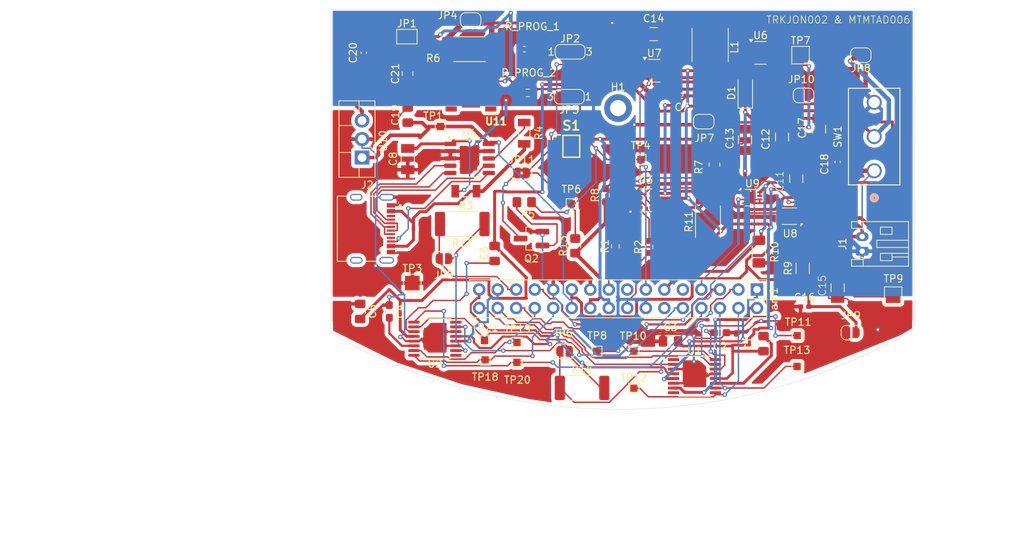
<source format=kicad_pcb>
(kicad_pcb (version 20241229) (generator "pcbnew") (generator_version "9.0")
  (layers (0 "F.Cu" signal) (2 "B.Cu" signal) (13 "F.Paste" user) (15 "B.Paste" user) (5 "F.SilkS" user "F.Silkscreen") (7 "B.SilkS" user "B.Silkscreen") (1 "F.Mask" user) (3 "B.Mask" user) (25 "Edge.Cuts" user))
  (net 0 "")
  (net 1 "/Motor4_B_OUT")
  (net 3 "/USART2_RX")
  (net 4 "/3V3 Out")
  (net 5 "/EXT_LOAD1_OUT")
  (net 6 "/Battery")
  (net 7 "/MOTOR4_CTRL2")
  (net 8 "/MOTOR3_B_OUT")
  (net 9 "/MOTOR1_A_OUT")
  (net 10 "/Motor2_A_OUT")
  (net 11 "/MOTOR1_B_OUT")
  (net 12 "/CTRL_EXT_LOAD1")
  (net 13 "/MOTOR2_CTRL1")
  (net 14 "/FAST_CHARGE_CTRL")
  (net 15 "/MOTOR3_CTRL2")
  (net 16 "/HV")
  (net 17 "GND")
  (net 18 "/MOTOR2_CTRL2")
  (net 19 "/MOTOR4_CTRL1")
  (net 20 "/EXT_LOAD2_OUT")
  (net 21 "/USART2_TX")
  (net 22 "/MOTOR3_CTRL1")
  (net 23 "/MOTOR3_A_OUT")
  (net 24 "/MOTOR1_CTRL2")
  (net 25 "/5V Out")
  (net 26 "/Motor4_A_OUT")
  (net 27 "/CTRL_EXT_LOAD2")
  (net 28 "/MOTOR1_CTRL1")
  (net 29 "/Motor2_B_OUT")
  (net 34 "Net-(U1-VCP)")
  (net 35 "Net-(U1-VINT)")
  (net 36 "Net-(U2-VINT)")
  (net 37 "Net-(U2-VCP)")
  (net 38 "/V_switch")
  (net 39 "/V_sensing")
  (net 40 "Net-(D1-A)")
  (net 41 "/I2C1_SDA")
  (net 42 "Net-(U3-SDA)")
  (net 43 "Net-(U3-SCL)")
  (net 44 "Net-(U4-VBUS)")
  (net 45 "Net-(U7-FB)")
  (net 46 "/PROG")
  (net 47 "/V_BATT_CHRG")
  (net 48 "Net-(JP4-B)")
  (net 55 "/VBUS")
  (net 56 "/DP")
  (net 57 "/CC1")
  (net 58 "/CC2")
  (net 59 "/DN")
  (net 60 "/VDD")
  (net 61 "Net-(JP1-B)")
  (net 62 "Net-(JP3-A)")
  (net 63 "Net-(JP3-C)")
  (net 64 "/I2C1_SCL")
  (net 65 "Net-(JP2-A)")
  (net 66 "Net-(JP2-C)")
  (net 69 "Net-(JP5-B)")
  (net 70 "Net-(JP6-B)")
  (net 71 "/2E")
  (net 72 "Net-(JP11-A)")
  (net 73 "Net-(Q2-B)")
  (footprint "TestPoint:TestPoint_Pad_1.0x1.0mm" (layer "F.Cu") (at 177.01 123.26)
    (property "Reference" "TP19")
    (property "Value" "TestPoint")
  )
  (footprint "Resistor_SMD:R_0805_2012Metric_Pad1.20x1.40mm_HandSolder" (layer "F.Cu") (at 204.09 98.82 -90)
    (property "Reference" "R7")
    (property "Value" "300")
  )
  (footprint "Resistor_SMD:R_2512_6332Metric_Pad1.40x3.35mm_HandSolder" (layer "F.Cu") (at 203.2 106.68 90)
    (property "Reference" "R11")
    (property "Value" "160m")
  )
  (footprint "Resistor_SMD:R_0603_1608Metric_Pad0.98x0.95mm_HandSolder" (layer "F.Cu") (at 189.15 103.05 90)
    (property "Reference" "R8")
    (property "Value" "2200")
  )
  (footprint "exported_footprints:CAPC3216X180N" (layer "F.Cu") (at 220.98 115.76 90)
    (property "Reference" "C15")
    (property "Value" "1uF")
  )
  (footprint "TestPoint:TestPoint_Pad_1.0x1.0mm" (layer "F.Cu") (at 194 98.17)
    (property "Reference" "TP4")
    (property "Value" "TestPoint")
  )
  (footprint "TestPoint:TestPoint_Pad_1.0x1.0mm" (layer "F.Cu") (at 166.5 93.62)
    (property "Reference" "TP1")
    (property "Value" "HV Test Point")
  )
  (footprint "Package_TO_SOT_SMD:SOT-23-5" (layer "F.Cu") (at 210.41 83.5075)
    (property "Reference" "U6")
    (property "Value" "MIC5504-1.2YM5")
  )
  (footprint "MountingHole:MountingHole_2.2mm_M2_DIN965_Pad" (layer "F.Cu") (at 190.87 91.09)
    (property "Reference" "H1")
    (property "Value" "MountingHole")
  )
  (footprint "Package_TO_SOT_SMD:SOT-23-6" (layer "F.Cu") (at 195.84 85.9575)
    (property "Reference" "U7")
    (property "Value" "SX1308")
  )
  (footprint "Package_DFN_QFN:DFN-8-1EP_2x2mm_P0.5mm_EP0.9x1.6mm" (layer "F.Cu") (at 214.3725 105.93 180)
    (property "Reference" "U8")
    (property "Value" "TPS22965DSGR")
  )
  (footprint "Jumper:SolderJumper-2_P1.3mm_Open_RoundedPad1.0x1.5mm" (layer "F.Cu") (at 224.17 83.82 180)
    (property "Reference" "JP8")
    (property "Value" "SolderJumper_2_Open")
  )
  (footprint "Capacitor_SMD:C_0805_2012Metric_Pad1.18x1.45mm_HandSolder" (layer "F.Cu") (at 155.5 119 -90)
    (property "Reference" "C5")
    (property "Value" "10uF")
  )
  (footprint "Jumper:SolderJumper-3_P1.3mm_Bridged2Bar12_RoundedPad1.0x1.5mm_NumberLabels" (layer "F.Cu") (at 184.18 89.53 180)
    (property "Reference" "JP3")
    (property "Value" "R_PROG_2 Bridge")
  )
  (footprint "Resistor_SMD:R_1206_3216Metric_Pad1.30x1.75mm_HandSolder" (layer "F.Cu") (at 210.18 110.79 -90)
    (property "Reference" "R10")
    (property "Value" "10")
  )
  (footprint "Resistor_SMD:R_2512_6332Metric_Pad1.40x3.35mm_HandSolder" (layer "F.Cu") (at 170.5 83)
    (property "Reference" "R6")
    (property "Value" "160m")
  )
  (footprint "Jumper:SolderJumper-3_P1.3mm_Bridged2Bar12_RoundedPad1.0x1.5mm_NumberLabels" (layer "F.Cu") (at 184.3 83.36)
    (property "Reference" "JP2")
    (property "Value" "R_PROG_1 Bridge")
  )
  (footprint "Resistor_SMD:R_0603_1608Metric" (layer "F.Cu") (at 190.5 110.045 90)
    (property "Reference" "R1")
    (property "Value" "3.3k")
  )
  (footprint "Jumper:SolderJumper-2_P1.3mm_Open_RoundedPad1.0x1.5mm" (layer "F.Cu") (at 183.53 124.46)
    (property "Reference" "JP6")
    (property "Value" "SolderJumper_2_Open")
  )
  (footprint "Capacitor_SMD:C_0402_1005Metric_Pad0.74x0.62mm_HandSolder" (layer "F.Cu") (at 199.62 89.41 180)
    (property "Reference" "C7")
    (property "Value" "10uF")
  )
  (footprint "Resistor_SMD:R_0402_1005Metric_Pad0.72x0.64mm_HandSolder" (layer "F.Cu") (at 178 83 180)
    (property "Reference" "R_PROG_1")
    (property "Value" "2k")
  )
  (footprint "Capacitor_SMD:C_0603_1608Metric_Pad1.08x0.95mm_HandSolder" (layer "F.Cu") (at 204.8775 121.92 180)
    (property "Reference" "C2")
    (property "Value" "2.2uF")
  )
  (footprint "Inductor_SMD:L_Coilcraft_1515SQ-47N" (layer "F.Cu") (at 203.5 82.42 90)
    (property "Reference" "L1")
    (property "Value" "22uH")
  )
  (footprint "TestPoint:TestPoint_Pad_1.0x1.0mm" (layer "F.Cu") (at 184.46 104.23)
    (property "Reference" "TP6")
    (property "Value" "TestPoint")
  )
  (footprint "exported_footprints:CAPC3216X180N" (layer "F.Cu") (at 213.36 95.06 -90)
    (property "Reference" "C12")
    (property "Value" "1uF")
  )
  (footprint "exported_footprints:RESC3115X65N" (layer "F.Cu") (at 178 94.54 90)
    (property "Reference" "R4")
    (property "Value" "10k")
  )
  (footprint "Capacitor_SMD:C_0402_1005Metric_Pad0.74x0.62mm_HandSolder" (layer "F.Cu") (at 156 83.5 -90)
    (property "Reference" "C20")
    (property "Value" "0.1u")
  )
  (footprint "Package_SO:TSSOP-16-1EP_4.4x5mm_P0.65mm_EP3x3mm" (layer "F.Cu") (at 201.35 127.89)
    (property "Reference" "U1")
    (property "Value" "DRV8833PWR")
  )
  (footprint "Resistor_SMD:R_0603_1608Metric" (layer "F.Cu") (at 178.5 89)
    (property "Reference" "R_PROG_2")
    (property "Value" "6.2k")
  )
  (footprint "Package_SO:TSSOP-16-1EP_4.4x5mm_P0.65mm_EP3x3mm" (layer "F.Cu") (at 165.75 122.75 180)
    (property "Reference" "U2")
    (property "Value" "DRV8833PWPR")
  )
  (footprint "Capacitor_SMD:C_0603_1608Metric_Pad1.08x0.95mm_HandSolder" (layer "F.Cu") (at 159.5 119 -90)
    (property "Reference" "C4")
    (property "Value" "2.2uF")
  )
  (footprint "Capacitor_SMD:C_0402_1005Metric_Pad0.74x0.62mm_HandSolder" (layer "F.Cu") (at 216.4675 118.3425)
    (property "Reference" "C16")
    (property "Value" "0.1uF")
  )
  (footprint "exported_footprints:74LVC2G66DP" (layer "F.Cu") (at 184.46 96.33)
    (property "Reference" "S1")
    (property "Value" "74LVC2G66DP" (hide yes))
  )
  (footprint "TestPoint:TestPoint_Pad_1.0x1.0mm" (layer "F.Cu") (at 172.55 123)
    (property "Reference" "TP21")
    (property "Value" "TestPoint")
  )
  (footprint "Connector_PinHeader_2.54mm:PinHeader_2x16_P2.54mm_Vertical" (layer "F.Cu") (at 209.92 116 -90)
    (property "Reference" "am1")
    (property "Value" "2x16 (2.54mm pin pitch) pin header")
  )
  (footprint "Diode_SMD:D_SOD-123F" (layer "F.Cu") (at 208.32 88.8875 90)
    (property "Reference" "D1")
    (property "Value" "MBR230LS")
  )
  (footprint "TestPoint:TestPoint_Pad_1.0x1.0mm" (layer "F.Cu") (at 187.96 124.46)
    (property "Reference" "TP8")
    (property "Value" "TestPoint")
  )
  (footprint "Capacitor_SMD:C_0402_1005Metric_Pad0.74x0.62mm_HandSolder" (layer "F.Cu") (at 220.98 98.4925 90)
    (property "Reference" "C18")
    (property "Value" "0.1uF")
  )
  (footprint "exported_footprints:RESC3115X65N" (layer "F.Cu") (at 170 102.5 180)
    (property "Reference" "R3")
    (property "Value" "1k")
  )
  (footprint "exported_footprints:CAPC3216X180N" (layer "F.Cu") (at 215.31 100.78 90)
    (property "Reference" "C11")
    (property "Value" "1uF")
  )
  (footprint "TestPoint:TestPoint_Pad_2.0x2.0mm" (layer "F.Cu") (at 162.65 115.11)
    (property "Reference" "TP3")
    (property "Value" "TestPoint")
  )
  (footprint "Capacitor_SMD:C_0805_2012Metric_Pad1.18x1.45mm_HandSolder" (layer "F.Cu") (at 162 86.36 90)
    (property "Reference" "C21")
    (property "Value" "10uF")
  )
  (footprint "Resistor_SMD:R_2512_6332Metric_Pad1.40x3.35mm_HandSolder" (layer "F.Cu") (at 169.5 107 180)
    (property "Reference" "R12")
    (property "Value" "160m")
  )
  (footprint "Jumper:SolderJumper-2_P1.3mm_Open_RoundedPad1.0x1.5mm" (layer "F.Cu") (at 166.99 111.76)
    (property "Reference" "JP5")
    (property "Value" "SolderJumper_2_Open")
  )
  (footprint "TestPoint:TestPoint_Pad_2.0x2.0mm" (layer "F.Cu") (at 215.9 83.82)
    (property "Reference" "TP7")
    (property "Value" "TestPoint")
  )
  (footprint "exported_footprints:SS-12D10G5_XKB" (layer "F.Cu") (at 226 99.699 90)
    (property "Reference" "SW1")
    (property "Value" "SS-12D10L3")
  )
  (footprint "Jumper:SolderJumper-2_P1.3mm_Open_RoundedPad1.0x1.5mm" (layer "F.Cu") (at 222.87 121.92)
    (property "Reference" "JP9")
    (property "Value" "SolderJumper_2_Open")
  )
  (footprint "Package_TO_SOT_SMD:TSOT-23-8" (layer "F.Cu") (at 194.6975 103.765)
    (property "Reference" "U3")
    (property "Value" "INA219AxD")
  )
  (footprint "Capacitor_SMD:C_0805_2012Metric_Pad1.18x1.45mm_HandSolder" (layer "F.Cu") (at 198.07 123.11)
    (property "Reference" "C3")
    (property "Value" "10uF")
  )
  (footprint "TestPoint:TestPoint_Pad_2.0x2.0mm" (layer "F.Cu") (at 228.6 116.84)
    (property "Reference" "TP9")
    (property "Value" "TestPoint")
  )
  (footprint "Package_TO_SOT_THT:TO-220F-3_Vertical" (layer "F.Cu") (at 155.76 97.88 90)
    (property "Reference" "U10")
    (property "Value" "LM7805L-TF3-T")
  )
  (footprint "Jumper:SolderJumper-2_P1.3mm_Open_RoundedPad1.0x1.5mm" (layer "F.Cu") (at 202.62 92.95 180)
    (property "Reference" "JP7")
    (property "Value" "SolderJumper_2_Open")
  )
  (footprint "Capacitor_SMD:C_0805_2012Metric_Pad1.18x1.45mm_HandSolder" (layer "F.Cu") (at 162.02 92.05 90)
    (property "Reference" "C19")
    (property "Value" "0.33u")
  )
  (footprint "Jumper:SolderJumper-2_P1.3mm_Bridged2Bar_RoundedPad1.0x1.5mm" (layer "F.Cu") (at 177.65 100)
    (property "Reference" "JP11")
    (property "Value" "SolderJumper_2_Bridged")
  )
  (footprint "Resistor_SMD:R_1206_3216Metric_Pad1.30x1.75mm_HandSolder" (layer "F.Cu") (at 216.19 113.08 90)
    (property "Reference" "R9")
    (property "Value" "10")
  )
  (footprint "exported_footprints:CAPC3216X180N" (layer "F.Cu") (at 162.03 98.09 -90)
    (property "Reference" "C8")
    (property "Value" "1uF")
  )
  (footprint "Connector_JST:JST_PH_S2B-PH-K_1x02_P2.00mm_Horizontal" (layer "F.Cu") (at 224.35 110.73 90)
    (property "Reference" "J1")
    (property "Value" "JST PH 2.00mm connector")
  )
  (footprint "TestPoint:TestPoint_Pad_1.0x1.0mm" (layer "F.Cu") (at 193.04 129.54)
    (property "Reference" "TP12")
    (property "Value" "TestPoint")
  )
  (footprint "exported_footprints:HRO_TYPE-C-31-M-12" (layer "F.Cu") (at 154.97 107.65 -90)
    (property "Reference" "J2")
    (property "Value" "~")
  )
  (footprint "Capacitor_SMD:C_0805_2012Metric_Pad1.18x1.45mm_HandSolder" (layer "F.Cu") (at 210.82 123.4225 90)
    (property "Reference" "C1")
    (property "Value" "0.01uF")
  )
  (footprint "TestPoint:TestPoint_Pad_1.0x1.0mm" (layer "F.Cu") (at 193.04 124.46)
    (property "Reference" "TP10")
    (property "Value" "TestPoint")
  )
  (footprint "Jumper:SolderJumper-2_P1.3mm_Open_RoundedPad1.0x1.5mm" (layer "F.Cu") (at 170.65 79 180)
    (property "Reference" "JP4")
    (property "Value" "SolderJumper_2_Open")
  )
  (footprint "Resistor_SMD:R_2512_6332Metric_Pad1.40x3.35mm_HandSolder" (layer "F.Cu") (at 185.93 129.5)
    (property "Reference" "R14")
    (property "Value" "160m")
  )
  (footprint "TestPoint:TestPoint_Pad_1.0x1.0mm" (layer "F.Cu") (at 215.44 122.32)
    (property "Reference" "TP11")
    (property "Value" "TestPoint")
  )
  (footprint "Capacitor_SMD:C_0805_2012Metric_Pad1.18x1.45mm_HandSolder" (layer "F.Cu") (at 173.94 111.04 -90)
    (property "Reference" "C6")
    (property "Value" "0.01uF")
  )
  (footprint "Resistor_SMD:R_0805_2012Metric_Pad1.20x1.40mm_HandSolder" (layer "F.Cu") (at 185 110 90)
    (property "Reference" "R13")
    (property "Value" "100")
  )
  (footprint "exported_footprints:SOIC127P600X175-9N" (layer "F.Cu") (at 170.7 89.31 180)
    (property "Reference" "U11")
    (property "Value" "TC4056A." (hide yes))
  )
  (footprint "Package_SO:SSOP-10-1EP_3.9x4.9mm_P1mm_EP2.1x3.3mm" (layer "F.Cu") (at 170.5 98)
    (property "Reference" "U4")
    (property "Value" "CH224K")
  )
  (footprint "Jumper:SolderJumper-2_P1.3mm_Bridged2Bar_Pad1.0x1.5mm" (layer "F.Cu") (at 161.91 81.28)
    (property "Reference" "JP1")
    (property "Value" "V_BATT_CHRG Bridge")
  )
  (footprint "Package_DFN_QFN:DFN-8-1EP_2x2mm_P0.5mm_EP0.9x1.6mm" (layer "F.Cu") (at 209.2925 103.39)
    (property "Reference" "U9")
    (property "Value" "TPS22965DSGR")
  )
  (footprint "exported_footprints:CAPC3216X180N" (layer "F.Cu") (at 218.44 93.98 90)
    (property "Reference" "C17")
    (property "Value" "1uF")
  )
  (footprint "exported_footprints:CAPC3216X180N" (layer "F.Cu") (at 208.28 95.44 90)
    (property "Reference" "C13")
    (property "Value" "1uF")
  )
  (footprint "Jumper:SolderJumper-2_P1.3mm_Open_RoundedPad1.0x1.5mm" (layer "F.Cu") (at 216.31 89.35 180)
    (property "Reference" "JP10")
    (property "Value" "SolderJumper_2_Open")
  )
  (footprint "Resistor_SMD:R_0805_2012Metric_Pad1.20x1.40mm_HandSolder" (layer "F.Cu") (at 178 104 180)
    (property "Reference" "R5")
    (property "Value" "470")
  )
  (footprint "TestPoint:TestPoint_Pad_1.0x1.0mm" (layer "F.Cu") (at 172.64 125.65 180)
    (property "Reference" "TP18")
    (property "Value" "TestPoint")
  )
  (footprint "Package_TO_SOT_SMD:SOT-23_Handsoldering" (layer "F.Cu") (at 179 109 180)
    (property "Reference" "Q2")
    (property "Value" "NPN")
  )
  (footprint "TestPoint:TestPoint_Pad_1.0x1.0mm" (layer "F.Cu") (at 177 126 180)
    (property "Reference" "TP20")
    (property "Value" "TestPoint")
  )
  (footprint "TestPoint:TestPoint_Pad_1.0x1.0mm" (layer "F.Cu") (at 215.42 126.55)
    (property "Reference" "TP13")
    (property "Value" "TestPoint")
  )
  (footprint "exported_footprints:CAPC3216X180N" (layer "F.Cu") (at 195.75 80.94 180)
    (property "Reference" "C14")
    (property "Value" "1uF")
  )
  (footprint "Resistor_SMD:R_0603_1608Metric" (layer "F.Cu") (at 195.12 110.155 90)
    (property "Reference" "R2")
    (property "Value" "3.3k")
  )
  (gr_arc (start 231.465981 121.442036) (mid 191.557773 132.438657) (end 151.5 122) (stroke (width 0.05)) (layer "Edge.Cuts"))
  (gr_line (start 231.5 77.5) (end 151.5 77.5) (stroke (width 0.05)) (layer "Edge.Cuts"))
  (gr_line (start 231.465979 121.442037) (end 231.5 77.5) (stroke (width 0.05)) (layer "Edge.Cuts"))
  (gr_line (start 151.5 77.5) (end 151.5 122) (stroke (width 0.05)) (layer "Edge.Cuts"))
  (gr_text "TRKJON002 & MTMTAD006\n" (at 211.13 79.56 0) (layer "F.SilkS") (effects (font (size 1 1) (thickness 0.1)) (justify left bottom)))
  (segment (start 201.03 118.122) (end 201.882 117.27) (width 0.3) (layer "F.Cu") (net 1))
  (segment (start 200.03 120.786) (end 201.03 119.786) (width 0.3) (layer "F.Cu") (net 1))
  (segment (start 201.882 117.27) (end 202.687 117.27) (width 0.3) (layer "F.Cu") (net 1))
  (segment (start 173.484 124.032) (end 175.058 122.458) (width 0.3) (layer "F.Cu") (net 1))
  (segment (start 203.688 116.268) (end 203.688 116) (width 0.3) (layer "F.Cu") (net 1))
  (segment (start 175.058 122.458) (end 178.34 122.458) (width 0.3) (layer "F.Cu") (net 1))
  (segment (start 201.03 119.786) (end 201.03 118.122) (width 0.3) (layer "F.Cu") (net 1))
  (segment (start 170.75 122.425) (end 171.094 122.769) (width 0.3) (layer "F.Cu") (net 1))
  (segment (start 178.34 122.458) (end 179.365 123.483) (width 0.3) (layer "F.Cu") (net 1))
  (segment (start 179.365 123.483) (end 181.543 123.483) (width 0.3) (layer "F.Cu") (net 1))
  (segment (start 202.687 117.27) (end 203.688 116.268) (width 0.3) (layer "F.Cu") (net 1))
  (segment (start 168.625 122.425) (end 170.75 122.425) (width 0.3) (layer "F.Cu") (net 1))
  (segment (start 171.094 122.769) (end 171.094 123.243) (width 0.3) (layer "F.Cu") (net 1))
  (segment (start 171.094 123.243) (end 171.883 124.032) (width 0.3) (layer "F.Cu") (net 1))
  (segment (start 171.883 124.032) (end 173.484 124.032) (width 0.3) (layer "F.Cu") (net 1))
  (segment (start 203.688 116) (end 204.84 116) (width 0.3) (layer "F.Cu") (net 1))
  (segment (start 194.795 120.786) (end 200.03 120.786) (width 0.3) (layer "F.Cu") (net 1))
  (via (at 194.795 120.786) (size 0.6) (drill 0.3) (layers "F.Cu" "B.Cu") (net 1))
  (via (at 181.543 123.483) (size 0.6) (drill 0.3) (layers "F.Cu" "B.Cu") (net 1))
  (segment (start 194.795 121.344) (end 191.098 125.041) (width 0.3) (layer "B.Cu") (net 1))
  (segment (start 194.795 120.786) (end 194.795 121.344) (width 0.3) (layer "B.Cu") (net 1))
  (segment (start 184.725 121.639) (end 182.328 121.639) (width 0.3) (layer "B.Cu") (net 1))
  (segment (start 181.0135 122.9535) (end 181.543 123.483) (width 0.3) (layer "B.Cu") (net 1))
  (segment (start 188.127 125.041) (end 184.725 121.639) (width 0.3) (layer "B.Cu") (net 1))
  (segment (start 191.098 125.041) (end 188.127 125.041) (width 0.3) (layer "B.Cu") (net 1))
  (segment (start 182.328 121.639) (end 181.0135 122.9535) (width 0.3) (layer "B.Cu") (net 1))
  (segment (start 211.548 82.5576) (end 211.548 82.5575) (width 0.2) (layer "F.Cu") (net 4))
  (segment (start 215.9 85.1217) (end 216.826 85.1217) (width 0.4) (layer "F.Cu") (net 4))
  (segment (start 212.179 83.1887) (end 212.021 83.0309) (width 0.4) (layer "F.Cu") (net 4))
  (segment (start 213.36 93.6) (end 214.572 93.6) (width 0.4) (layer "F.Cu") (net 4))
  (segment (start 186.435 95.355) (end 188.399 95.355) (width 0.4) (layer "F.Cu") (net 4))
  (segment (start 214.572 93.6) (end 214.688 93.7162) (width 0.2) (layer "F.Cu") (net 4))
  (segment (start 216.826 85.1217) (end 217.039 85.3345) (width 0.2) (layer "F.Cu") (net 4))
  (segment (start 212.81 83.82) (end 212.494 83.5043) (width 0.4) (layer "F.Cu") (net 4))
  (segment (start 215.9 83.82) (end 215.9 85.1217) (width 0.4) (layer "F.Cu") (net 4))
  (segment (start 211.6 93.0518) (end 206.4482 93.0518) (width 0.35) (layer "F.Cu") (net 4))
  (segment (start 215.9 83.82) (end 212.81 83.82) (width 0.4) (layer "F.Cu") (net 4))
  (segment (start 211.548 82.5575) (end 211.5475 82.5575) (width 0.2) (layer "F.Cu") (net 4))
  (segment (start 212.148 93.6) (end 211.6 93.0518) (width 0.4) (layer "F.Cu") (net 4))
  (segment (start 212.258 83.2676) (end 212.179 83.1887) (width 0.2) (layer "F.Cu") (net 4))
  (segment (start 213.36 93.6) (end 212.148 93.6) (width 0.4) (layer "F.Cu") (net 4))
  (segment (start 214.688 93.7162) (end 217.039 93.7162) (width 0.4) (layer "F.Cu") (net 4))
  (segment (start 212.494 83.5043) (end 212.258 83.2676) (width 0.2) (layer "F.Cu") (net 4))
  (segment (start 204.96 95.355) (end 188.399 95.355) (width 0.4) (layer "F.Cu") (net 4))
  (segment (start 206.4482 93.0518) (end 204.96 94.54) (width 0.35) (layer "F.Cu") (net 4))
  (segment (start 212.258 83.2676) (end 211.548 82.5576) (width 0.4) (layer "F.Cu") (net 4))
  (segment (start 212.494 83.5043) (end 212.179 83.1887) (width 0.4) (layer "F.Cu") (net 4))
  (segment (start 204.96 94.54) (end 204.96 95.355) (width 0.35) (layer "F.Cu") (net 4))
  (via (at 217.039 93.7162) (size 0.6) (drill 0.3) (layers "F.Cu" "B.Cu") (net 4))
  (via (at 217.039 85.3345) (size 0.6) (drill 0.3) (layers "F.Cu" "B.Cu") (net 4))
  (via (at 188.399 95.355) (size 0.6) (drill 0.3) (layers "F.Cu" "B.Cu") (net 4))
  (segment (start 188.399 116.899) (end 188.399 102.601) (width 0.4) (layer "B.Cu") (net 4))
  (segment (start 189.6 117.388) (end 188.888 117.388) (width 0.4) (layer "B.Cu") (net 4))
  (segment (start 188.888 117.388) (end 188.399 116.899) (width 0.4) (layer "B.Cu") (net 4))
  (segment (start 189 95.956) (end 188.399 95.355) (width 0.4) (layer "B.Cu") (net 4))
  (segment (start 188.442 95.3974) (end 188.399 95.355) (width 0.2) (layer "B.Cu") (net 4))
  (segment (start 189 102) (end 189 95.956) (width 0.4) (layer "B.Cu") (net 4))
  (segment (start 189.6 118.54) (end 189.6 117.388) (width 0.4) (layer "B.Cu") (net 4))
  (segment (start 217.039 93.7162) (end 217.039 85.3345) (width 0.4) (layer "B.Cu") (net 4))
  (segment (start 188.399 102.601) (end 189 102) (width 0.4) (layer "B.Cu") (net 4))
  (segment (start 201.032 116.968) (end 201.032 114.532) (width 0.4) (layer "F.Cu") (net 5))
  (segment (start 217.035 118.342) (end 221.342 118.342) (width 0.4) (layer "F.Cu") (net 5))
  (segment (start 193.41 119.701) (end 193.41 119.5) (width 0.4) (layer "F.Cu") (net 5))
  (segment (start 213.36 106.68) (end 213.36 108.64) (width 0.4) (layer "F.Cu") (net 5))
  (segment (start 185.152 117.152) (end 185.859 117.859) (width 0.4) (layer "F.Cu") (net 5))
  (segment (start 208.5 112) (end 208.5 112.7595) (width 0.4) (layer "F.Cu") (net 5))
  (segment (start 193.661 117.339) (end 200.661 117.339) (width 0.4) (layer "F.Cu") (net 5))
  (segment (start 217.035 117.625) (end 217.035 117.9835) (width 0.4) (layer "F.Cu") (net 5))
  (segment (start 217.035 116.908) (end 217.035 117.625) (width 0.4) (layer "F.Cu") (net 5))
  (segment (start 216.19 114.63) (end 217.035 115.475) (width 0.4) (layer "F.Cu") (net 5))
  (segment (start 217.035 117.625) (end 217.035 117.9835) (width 0.2) (layer "F.Cu") (net 5))
  (segment (start 223.52 121.516) (end 223.52 121.92) (width 0.2) (layer "F.Cu") (net 5))
  (segment (start 217.035 117.9835) (end 217.035 118.342) (width 0.2) (layer "F.Cu") (net 5))
  (segment (start 186.585 119.71) (end 193.2 119.71) (width 0.33) (layer "F.Cu") (net 5))
  (segment (start 185.859 117.859) (end 185.859 119.359) (width 0.4) (layer "F.Cu") (net 5))
  (segment (start 209.17 111.33) (end 208.5 112) (width 0.4) (layer "F.Cu") (net 5))
  (segment (start 223.52 120.52) (end 223.52 121.516) (width 0.4) (layer "F.Cu") (net 5))
  (segment (start 193.41 119.5) (end 193.41 117.59) (width 0.4) (layer "F.Cu") (net 5))
  (segment (start 200.661 117.339) (end 201.032 116.968) (width 0.4) (layer "F.Cu") (net 5))
  (segment (start 213.36 106.18) (end 213.36 106.68) (width 0.4) (layer "F.Cu") (net 5))
  (segment (start 210.3705 114.63) (end 216.19 114.63) (width 0.4) (layer "F.Cu") (net 5))
  (segment (start 210.67 111.33) (end 209.17 111.33) (width 0.4) (layer "F.Cu") (net 5))
  (segment (start 217.035 118.342) (end 217.035 118.3425) (width 0.2) (layer "F.Cu") (net 5))
  (segment (start 217.035 117.9835) (end 217.035 118.342) (width 0.2) (layer "F.Cu") (net 5))
  (segment (start 184.52 117.152) (end 185.152 117.152) (width 0.4) (layer "F.Cu") (net 5))
  (segment (start 208.5 112.7595) (end 208.5 113.517) (width 0.4) (layer "F.Cu") (net 5))
  (segment (start 185.859 119.359) (end 186.201 119.701) (width 0.4) (layer "F.Cu") (net 5))
  (segment (start 193.2 119.71) (end 193.41 119.5) (width 0.35) (layer "F.Cu") (net 5))
  (segment (start 213.36 108.64) (end 210.67 111.33) (width 0.4) (layer "F.Cu") (net 5))
  (segment (start 221.342 118.342) (end 223.52 120.52) (width 0.4) (layer "F.Cu") (net 5))
  (segment (start 193.41 117.59) (end 193.661 117.339) (width 0.4) (layer "F.Cu") (net 5))
  (segment (start 217.035 116.908) (end 217.035 117.625) (width 0.2) (layer "F.Cu") (net 5))
  (segment (start 184.52 116) (end 184.52 117.152) (width 0.4) (layer "F.Cu") (net 5))
  (segment (start 201.032 114.532) (end 201 114.5) (width 0.4) (layer "F.Cu") (net 5))
  (segment (start 208.5 112.7595) (end 210.3705 114.63) (width 0.4) (layer "F.Cu") (net 5))
  (segment (start 217.035 115.475) (end 217.035 116.908) (width 0.4) (layer "F.Cu") (net 5))
  (segment (start 208.5 113.517) (end 207.517 114.5) (width 0.4) (layer "F.Cu") (net 5))
  (segment (start 186.201 119.701) (end 186.585 119.701) (width 0.4) (layer "F.Cu") (net 5))
  (segment (start 201 114.5) (end 207.517 114.5) (width 0.4) (layer "F.Cu") (net 5))
  (segment (start 173.55 79.3997) (end 190.049 79.3997) (width 0.4) (layer "F.Cu") (net 6))
  (segment (start 220.5 78) (end 191.4487 78) (width 0.4) (layer "F.Cu") (net 6))
  (segment (start 188.824 124.397) (end 188.762 124.46) (width 0.2) (layer "F.Cu") (net 6))
  (segment (start 226 90.301) (end 224.82 89.121) (width 0.6) (layer "F.Cu") (net 6))
  (segment (start 191.5 103.5) (end 191.836 103.836) (width 0.4) (layer "F.Cu") (net 6))
  (segment (start 224.82 83.82) (end 224.82 83.4281) (width 0.2) (layer "F.Cu") (net 6))
  (segment (start 190.87 124.397) (end 188.824 124.397) (width 0.4) (layer "F.Cu") (net 6))
  (segment (start 201.97 92.95) (end 201.559 93.3613) (width 0.4) (layer "F.Cu") (net 6))
  (segment (start 224.82 83.4281) (end 224.82 82.32) (width 0.4) (layer "F.Cu") (net 6))
  (segment (start 173.55 83) (end 173.55 79.3997) (width 0.75) (layer "F.Cu") (net 6))
  (segment (start 191.836 104.578) (end 192.573 105.315) (width 0.4) (layer "F.Cu") (net 6))
  (segment (start 224.82 82.32) (end 220.5 78) (width 0.4) (layer "F.Cu") (net 6))
  (segment (start 171.3 79) (end 171.7 79.3997) (width 0.2) (layer "F.Cu") (net 6))
  (segment (start 193.56 103.44) (end 191.56 103.44) (width 0.4) (layer "F.Cu") (net 6))
  (segment (start 224.82 89.121) (end 224.82 83.82) (width 0.6) (layer "F.Cu") (net 6))
  (segment (start 191.56 103.44) (end 191.5 103.5) (width 0.4) (layer "F.Cu") (net 6))
  (segment (start 191.4487 78) (end 190.049 79.3997) (width 0.4) (layer "F.Cu") (net 6))
  (segment (start 191.836 103.836) (end 191.836 104.578) (width 0.4) (layer "F.Cu") (net 6))
  (segment (start 171.7 79.3997) (end 173.55 79.3997) (width 0.75) (layer "F.Cu") (net 6))
  (segment (start 187.96 124.46) (end 188.762 124.46) (width 0.4) (layer "F.Cu") (net 6))
  (segment (start 201.559 93.3613) (end 193.09 93.3613) (width 0.5) (layer "F.Cu") (net 6))
  (via (at 192.573 105.315) (size 0.6) (drill 0.3) (layers "F.Cu" "B.Cu") (net 6))
  (via (at 190.87 124.397) (size 0.6) (drill 0.3) (layers "F.Cu" "B.Cu") (net 6))
  (via (at 193.09 93.3613) (size 0.6) (drill 0.3) (layers "F.Cu" "B.Cu") (net 6))
  (via (at 190.049 79.3997) (size 0.6) (drill 0.3) (layers "F.Cu" "B.Cu") (net 6))
  (segment (start 190.87 117.5) (end 190.87 115.100764) (width 0.4) (layer "B.Cu") (net 6))
  (segment (start 187.5 88.0309) (end 187.5 94) (width 0.4) (layer "B.Cu") (net 6))
  (segment (start 193.888 117.388) (end 193.839 117.339) (width 0.4) (layer "B.Cu") (net 6))
  (segment (start 191.031 117.339) (end 190.87 117.5) (width 0.4) (layer "B.Cu") (net 6))
  (segment (start 192 94) (end 187.5 94) (width 0.4) (layer "B.Cu") (net 6))
  (segment (start 193.09 94) (end 193.09 93.3613) (width 0.4) (layer "B.Cu") (net 6))
  (segment (start 193.09 82.4409) (end 187.5 88.0309) (width 0.4) (layer "B.Cu") (net 6))
  (segment (start 194.68 118.54) (end 194.68 117.388) (width 0.4) (layer "B.Cu") (net 6))
  (segment (start 193.839 117.339) (end 191.031 117.339) (width 0.4) (layer "B.Cu") (net 6))
  (segment (start 224.35 110.73) (end 222.5 108.88) (width 0.6) (layer "B.Cu") (net 6))
  (segment (start 193.09 104.798) (end 193.09 94) (width 0.4) (layer "B.Cu") (net 6))
  (segment (start 193.09 93.91) (end 192.5 94.5) (width 0.4) (layer "B.Cu") (net 6))
  (segment (start 190.87 115.100764) (end 191.470764 114.5) (width 0.4) (layer "B.Cu") (net 6))
  (segment (start 193.09 93.3613) (end 193.09 93.91) (width 0.4) (layer "B.Cu") (net 6))
  (segment (start 191.470764 114.5) (end 193.528 114.5) (width 0.4) (layer "B.Cu") (net 6))
  (segment (start 222.5 108.88) (end 222.5 93.801) (width 0.6) (layer "B.Cu") (net 6))
  (segment (start 193.528 106.27) (end 192.573 105.315) (width 0.4) (layer "B.Cu") (net 6))
  (segment (start 190.049 79.3997) (end 193.09 82.4409) (width 0.4) (layer "B.Cu") (net 6))
  (segment (start 192.5 94.5) (end 192 94) (width 0.4) (layer "B.Cu") (net 6))
  (segment (start 193.528 114.5) (end 193.528 106.27) (width 0.4) (layer "B.Cu") (net 6))
  (segment (start 192.573 105.315) (end 193.09 104.798) (width 0.4) (layer "B.Cu") (net 6))
  (segment (start 190.87 124.397) (end 190.87 117.5) (width 0.4) (layer "B.Cu") (net 6))
  (segment (start 194.68 117.388) (end 193.888 117.388) (width 0.4) (layer "B.Cu") (net 6))
  (segment (start 222.5 93.801) (end 226 90.301) (width 0.6) (layer "B.Cu") (net 6))
  (segment (start 169.795 119.971) (end 172.55 122.726) (width 0.2) (layer "F.Cu") (net 7))
  (segment (start 183.646 122.868) (end 184.048 123.27) (width 0.2) (layer "F.Cu") (net 7))
  (segment (start 184.048 123.27) (end 184.415 123.27) (width 0.2) (layer "F.Cu") (net 7))
  (segment (start 179.27 122.002) (end 180.139 122.871) (width 0.2) (layer "F.Cu") (net 7))
  (segment (start 172.55 123.23) (end 172.55 122.726) (width 0.2) (layer "F.Cu") (net 7))
  (segment (start 164.943 119.971) (end 169.795 119.971) (width 0.2) (layer "F.Cu") (net 7))
  (segment (start 180.139 122.871) (end 182.838 122.871) (width 0.2) (layer "F.Cu") (net 7))
  (segment (start 182.838 122.871) (end 182.842 122.868) (width 0.2) (layer "F.Cu") (net 7))
  (segment (start 184.415 123.27) (end 185.545 124.4) (width 0.2) (layer "F.Cu") (net 7))
  (segment (start 172.55 122.726) (end 173.274 122.002) (width 0.2) (layer "F.Cu") (net 7))
  (segment (start 173.274 122.002) (end 179.27 122.002) (width 0.2) (layer "F.Cu") (net 7))
  (segment (start 185.545 124.4) (end 185.545 124.976) (width 0.2) (layer "F.Cu") (net 7))
  (segment (start 162.875 121.125) (end 163.789 121.125) (width 0.2) (layer "F.Cu") (net 7))
  (segment (start 182.842 122.868) (end 183.646 122.868) (width 0.2) (layer "F.Cu") (net 7))
  (segment (start 163.789 121.125) (end 164.943 119.971) (width 0.2) (layer "F.Cu") (net 7))
  (via (at 185.545 124.976) (size 0.6) (drill 0.3) (layers "F.Cu" "B.Cu") (net 7))
  (segment (start 198.608 118.808) (end 198.608 118.54) (width 0.2) (layer "B.Cu") (net 7))
  (segment (start 187.736 125.443) (end 191.974 125.443) (width 0.2) (layer "B.Cu") (net 7))
  (segment (start 187.27 124.976) (end 187.736 125.443) (width 0.2) (layer "B.Cu") (net 7))
  (segment (start 185.545 124.976) (end 187.27 124.976) (width 0.2) (layer "B.Cu") (net 7))
  (segment (start 198.608 118.54) (end 199.76 118.54) (width 0.2) (layer "B.Cu") (net 7))
  (segment (start 191.974 125.443) (end 198.608 118.808) (width 0.2) (layer "B.Cu") (net 7))
  (segment (start 168.625 123.075) (end 170.479 123.075) (width 0.35) (layer "F.Cu") (net 8))
  (via (at 170.479 123.075) (size 0.6) (drill 0.3) (layers "F.Cu" "B.Cu") (net 8))
  (segment (start 173 120.5) (end 172 120.5) (width 0.35) (layer "B.Cu") (net 8))
  (segment (start 171.353057 121) (end 171 121.353057) (width 0.35) (layer "B.Cu") (net 8))
  (segment (start 171 121.353057) (end 171 122) (width 0.35) (layer "B.Cu") (net 8))
  (segment (start 171.5 121) (end 171.353057 121) (width 0.35) (layer "B.Cu") (net 8))
  (segment (start 170.479 122.521) (end 170.479 123.075) (width 0.35) (layer "B.Cu") (net 8))
  (segment (start 174.36 117.152) (end 173.348 117.152) (width 0.35) (layer "B.Cu") (net 8))
  (segment (start 171 122) (end 170.479 122.521) (width 0.35) (layer "B.Cu") (net 8))
  (segment (start 174.36 116) (end 174.36 117.152) (width 0.3) (layer "B.Cu") (net 8))
  (segment (start 173 117.5) (end 173 120.5) (width 0.3) (layer "B.Cu") (net 8))
  (segment (start 173.348 117.152) (end 173 117.5) (width 0.35) (layer "B.Cu") (net 8))
  (segment (start 172 120.5) (end 171.5 121) (width 0.35) (layer "B.Cu") (net 8))
  (segment (start 172.972 118.54) (end 172.972 118.828) (width 0.2) (layer "F.Cu") (net 9))
  (segment (start 182.838 121.665) (end 183.191 122.017) (width 0.2) (layer "F.Cu") (net 9))
  (segment (start 183.191 122.118) (end 183.54 122.467) (width 0.2) (layer "F.Cu") (net 9))
  (segment (start 175.351 120.851) (end 179.375 120.851) (width 0.2) (layer "F.Cu") (net 9))
  (segment (start 174.5 120) (end 175.351 120.851) (width 0.2) (layer "F.Cu") (net 9))
  (segment (start 179.375 120.851) (end 180.474 121.95) (width 0.2) (layer "F.Cu") (net 9))
  (segment (start 182.34 121.665) (end 182.838 121.665) (width 0.2) (layer "F.Cu") (net 9))
  (segment (start 185.947 124.153) (end 185.947 124.526) (width 0.2) (layer "F.Cu") (net 9))
  (segment (start 183.191 122.017) (end 183.191 122.118) (width 0.2) (layer "F.Cu") (net 9))
  (segment (start 183.54 122.467) (end 183.813 122.467) (width 0.2) (layer "F.Cu") (net 9))
  (segment (start 171.82 118.54) (end 172.972 118.54) (width 0.2) (layer "F.Cu") (net 9))
  (segment (start 187.686 126.265) (end 198.475 126.265) (width 0.2) (layer "F.Cu") (net 9))
  (segment (start 183.813 122.467) (end 183.924 122.578) (width 0.2) (layer "F.Cu") (net 9))
  (segment (start 183.924 122.578) (end 184.372 122.578) (width 0.2) (layer "F.Cu") (net 9))
  (segment (start 180.474 121.95) (end 182.055 121.95) (width 0.2) (layer "F.Cu") (net 9))
  (segment (start 172.972 118.828) (end 174.144 120) (width 0.2) (layer "F.Cu") (net 9))
  (segment (start 184.372 122.578) (end 185.947 124.153) (width 0.2) (layer "F.Cu") (net 9))
  (segment (start 182.055 121.95) (end 182.34 121.665) (width 0.2) (layer "F.Cu") (net 9))
  (segment (start 174.144 120) (end 174.5 120) (width 0.2) (layer "F.Cu") (net 9))
  (segment (start 185.947 124.526) (end 187.686 126.265) (width 0.2) (layer "F.Cu") (net 9))
  (segment (start 208.768 118.54) (end 208.768 119.732) (width 0.4) (layer "F.Cu") (net 10))
  (segment (start 199.389 129.515) (end 198.475 129.515) (width 0.4) (layer "F.Cu") (net 10))
  (segment (start 202.673 130.116) (end 199.99 130.116) (width 0.4) (layer "F.Cu") (net 10))
  (segment (start 199.99 130.116) (end 199.389 129.515) (width 0.4) (layer "F.Cu") (net 10))
  (segment (start 209.92 118.54) (end 208.768 118.54) (width 0.4) (layer "F.Cu") (net 10))
  (segment (start 208.768 119.732) (end 208.369 120.131) (width 0.4) (layer "F.Cu") (net 10))
  (segment (start 208.369 120.131) (end 204.232 120.131) (width 0.4) (layer "F.Cu") (net 10))
  (via (at 202.673 130.116) (size 0.6) (drill 0.3) (layers "F.Cu" "B.Cu") (net 10))
  (via (at 204.232 120.131) (size 0.6) (drill 0.3) (layers "F.Cu" "B.Cu") (net 10))
  (segment (start 204.232 128.557) (end 204.232 120.131) (width 0.4) (layer "B.Cu") (net 10))
  (segment (start 202.673 130.116) (end 204.232 128.557) (width 0.4) (layer "B.Cu") (net 10))
  (segment (start 171.82 116) (end 171.82 117.152) (width 0.35) (layer "F.Cu") (net 11))
  (segment (start 182.491 122.368) (end 182.589 122.27) (width 0.2) (layer "F.Cu") (net 11))
  (segment (start 171.552 117.152) (end 170.653 118.05) (width 0.3) (layer "F.Cu") (net 11))
  (segment (start 170.653 118.05) (end 170.653 119.069) (width 0.3) (layer "F.Cu") (net 11))
  (segment (start 180.324 122.368) (end 182.491 122.368) (width 0.3) (layer "F.Cu") (net 11))
  (segment (start 197.398 127.182) (end 197.398 126.985) (width 0.2) (layer "F.Cu") (net 11))
  (segment (start 197.781 127.565) (end 197.398 127.182) (width 0.3) (layer "F.Cu") (net 11))
  (segment (start 173.185 121.601) (end 179.556 121.601) (width 0.3) (layer "F.Cu") (net 11))
  (segment (start 197.398 126.985) (end 197.086 126.673) (width 0.3) (layer "F.Cu") (net 11))
  (segment (start 170.653 119.069) (end 173.185 121.601) (width 0.3) (layer "F.Cu") (net 11))
  (segment (start 186.57 126.673) (end 185.933 126.036) (width 0.3) (layer "F.Cu") (net 11))
  (segment (start 197.086 126.673) (end 186.57 126.673) (width 0.3) (layer "F.Cu") (net 11))
  (segment (start 179.556 121.601) (end 180.324 122.368) (width 0.3) (layer "F.Cu") (net 11))
  (segment (start 171.82 117.152) (end 171.552 117.152) (width 0.3) (layer "F.Cu") (net 11))
  (segment (start 198.475 127.565) (end 197.781 127.565) (width 0.2) (layer "F.Cu") (net 11))
  (via (at 182.589 122.27) (size 0.6) (drill 0.3) (layers "F.Cu" "B.Cu") (net 11))
  (via (at 185.933 126.036) (size 0.6) (drill 0.3) (layers "F.Cu" "B.Cu") (net 11))
  (segment (start 185.933 126.036) (end 185.698 126.036) (width 0.2) (layer "B.Cu") (net 11))
  (segment (start 182.589 122.927) (end 182.589 122.27) (width 0.35) (layer "B.Cu") (net 11))
  (segment (start 185.698 126.036) (end 182.589 122.927) (width 0.3) (layer "B.Cu") (net 11))
  (segment (start 199.784 120.152) (end 184.462 120.152) (width 0.2) (layer "F.Cu") (net 12))
  (segment (start 216.123 105.33) (end 216.123 104.566) (width 0.2) (layer "F.Cu") (net 12))
  (segment (start 181.593 117.27) (end 180.592 116.268) (width 0.2) (layer "F.Cu") (net 12))
  (segment (start 182.398 117.27) (end 181.593 117.27) (width 0.2) (layer "F.Cu") (net 12))
  (segment (start 183.25 118.122) (end 182.398 117.27) (width 0.2) (layer "F.Cu") (net 12))
  (segment (start 216.123 104.566) (end 215.574 104.017) (width 0.2) (layer "F.Cu") (net 12))
  (segment (start 183.25 118.94) (end 183.25 118.122) (width 0.2) (layer "F.Cu") (net 12))
  (segment (start 180.592 116) (end 179.44 116) (width 0.2) (layer "F.Cu") (net 12))
  (segment (start 184.462 120.152) (end 183.25 118.94) (width 0.2) (layer "F.Cu") (net 12))
  (segment (start 180.592 116.268) (end 180.592 116) (width 0.2) (layer "F.Cu") (net 12))
  (segment (start 215.385 105.68) (end 215.773 105.68) (width 0.2) (layer "F.Cu") (net 12))
  (segment (start 215.574 104.017) (end 214.278 104.017) (width 0.2) (layer "F.Cu") (net 12))
  (segment (start 215.773 105.68) (end 216.123 105.33) (width 0.2) (layer "F.Cu") (net 12))
  (via (at 199.784 120.152) (size 0.6) (drill 0.3) (layers "F.Cu" "B.Cu") (net 12))
  (via (at 214.278 104.017) (size 0.6) (drill 0.3) (layers "F.Cu" "B.Cu") (net 12))
  (segment (start 211.626 101.152) (end 210.913 101.152) (width 0.2) (layer "B.Cu") (net 12))
  (segment (start 214.278 104.017) (end 214.278 103.804) (width 0.2) (layer "B.Cu") (net 12))
  (segment (start 214.278 103.804) (end 211.626 101.152) (width 0.2) (layer "B.Cu") (net 12))
  (segment (start 209.558 109.382) (end 203.57 115.37) (width 0.2) (layer "B.Cu") (net 12))
  (segment (start 203.57 116.93) (end 203.23 117.27) (width 0.2) (layer "B.Cu") (net 12))
  (segment (start 201.03 118.906) (end 199.784 120.152) (width 0.2) (layer "B.Cu") (net 12))
  (segment (start 210.913 101.152) (end 209.558 102.506) (width 0.2) (layer "B.Cu") (net 12))
  (segment (start 201.03 118.122) (end 201.03 118.906) (width 0.2) (layer "B.Cu") (net 12))
  (segment (start 203.23 117.27) (end 201.882 117.27) (width 0.2) (layer "B.Cu") (net 12))
  (segment (start 203.57 115.37) (end 203.57 116.93) (width 0.2) (layer "B.Cu") (net 12))
  (segment (start 209.558 102.506) (end 209.558 109.382) (width 0.2) (layer "B.Cu") (net 12))
  (segment (start 201.882 117.27) (end 201.03 118.122) (width 0.2) (layer "B.Cu") (net 12))
  (segment (start 195.019 130.717) (end 203.941 130.717) (width 0.2) (layer "F.Cu") (net 13))
  (segment (start 204.225 130.433) (end 205.51 130.433) (width 0.2) (layer "F.Cu") (net 13))
  (segment (start 193.842 129.54) (end 195.019 130.717) (width 0.2) (layer "F.Cu") (net 13))
  (segment (start 203.941 130.717) (end 204.225 130.433) (width 0.2) (layer "F.Cu") (net 13))
  (segment (start 193.04 129.54) (end 193.842 129.54) (width 0.2) (layer "F.Cu") (net 13))
  (segment (start 204.225 130.165) (end 204.225 130.433) (width 0.2) (layer "F.Cu") (net 13))
  (via (at 205.51 130.433) (size 0.6) (drill 0.3) (layers "F.Cu" "B.Cu") (net 13))
  (segment (start 207.38 118.54) (end 207.38 128.564) (width 0.2) (layer "B.Cu") (net 13))
  (segment (start 207.38 128.564) (end 205.51 130.433) (width 0.2) (layer "B.Cu") (net 13))
  (segment (start 180.376 105.376) (end 183.808 105.376) (width 0.2) (layer "F.Cu") (net 14))
  (segment (start 189.389 98.17) (end 187.84 96.6211) (width 0.2) (layer "F.Cu") (net 14))
  (segment (start 194.479 98.9717) (end 194.68 99.1726) (width 0.2) (layer "F.Cu") (net 14))
  (segment (start 194 98.9717) (end 194.479 98.9717) (width 0.2) (layer "F.Cu") (net 14))
  (segment (start 187.212 96.005) (end 186.435 96.005) (width 0.2) (layer "F.Cu") (net 14))
  (segment (start 179 104) (end 180.376 105.376) (width 0.2) (layer "F.Cu") (net 14))
  (segment (start 194 98.17) (end 194 98.9717) (width 0.2) (layer "F.Cu") (net 14))
  (segment (start 187.828 96.6211) (end 187.212 96.005) (width 0.2) (layer "F.Cu") (net 14))
  (segment (start 194 98.17) (end 189.389 98.17) (width 0.2) (layer "F.Cu") (net 14))
  (segment (start 187.84 96.6211) (end 187.828 96.6211) (width 0.2) (layer "F.Cu") (net 14))
  (via (at 183.808 105.376) (size 0.6) (drill 0.3) (layers "F.Cu" "B.Cu") (net 14))
  (via (at 194.68 99.1726) (size 0.6) (drill 0.3) (layers "F.Cu" "B.Cu") (net 14))
  (via (at 187.84 96.6211) (size 0.6) (drill 0.3) (layers "F.Cu" "B.Cu") (net 14))
  (segment (start 187.84 101.343) (end 183.808 105.376) (width 0.2) (layer "B.Cu") (net 14))
  (segment (start 187.84 96.6211) (end 187.84 101.343) (width 0.2) (layer "B.Cu") (net 14))
  (segment (start 194.68 116) (end 194.68 99.1726) (width 0.2) (layer "B.Cu") (net 14))
  (segment (start 176.208 123.26) (end 176.143 123.195) (width 0.2) (layer "F.Cu") (net 15))
  (segment (start 175.404 123.26) (end 176.208 123.26) (width 0.2) (layer "F.Cu") (net 15))
  (segment (start 177.01 123.26) (end 176.208 123.26) (width 0.2) (layer "F.Cu") (net 15))
  (segment (start 162.875 124.375) (end 163.789 124.375) (width 0.2) (layer "F.Cu") (net 15))
  (segment (start 163.789 124.375) (end 164.664 125.25) (width 0.2) (layer "F.Cu") (net 15))
  (segment (start 176.208 123.26) (end 177.01 123.26) (width 0.2) (layer "F.Cu") (net 15))
  (segment (start 176.143 123.195) (end 175.991 123.195) (width 0.2) (layer "F.Cu") (net 15))
  (segment (start 167.506 125.25) (end 167.806 125.55) (width 0.2) (layer "F.Cu") (net 15))
  (segment (start 170.744 124.665) (end 174 124.665) (width 0.2) (layer "F.Cu") (net 15))
  (segment (start 164.664 125.25) (end 167.506 125.25) (width 0.2) (layer "F.Cu") (net 15))
  (segment (start 169.859 125.55) (end 170.744 124.665) (width 0.2) (layer "F.Cu") (net 15))
  (segment (start 174 124.665) (end 175.404 123.26) (width 0.2) (layer "F.Cu") (net 15))
  (segment (start 167.806 125.55) (end 169.859 125.55) (width 0.2) (layer "F.Cu") (net 15))
  (via (at 175.991 123.195) (size 0.6) (drill 0.3) (layers "F.Cu" "B.Cu") (net 15))
  (segment (start 179.44 118.54) (end 179.44 119.745) (width 0.2) (layer "B.Cu") (net 15))
  (segment (start 179.44 119.745) (end 175.991 123.195) (width 0.2) (layer "B.Cu") (net 15))
  (segment (start 173.1432 95.9943) (end 173.1375 96) (width 0.2) (layer "F.Cu") (net 16))
  (segment (start 163.713 95.105896) (end 164.919 93.899896) (width 0.5) (layer "F.Cu") (net 16))
  (segment (start 165.32 93.62) (end 164.919 93.62) (width 0.5) (layer "F.Cu") (net 16))
  (segment (start 155.76 97.88) (end 157.62 97.88) (width 0.5) (layer "F.Cu") (net 16))
  (segment (start 173.1435 95.9943) (end 173.1432 95.9943) (width 0.2) (layer "F.Cu") (net 16))
  (segment (start 163.713 95.105975) (end 163.713 95.105896) (width 0.5) (layer "F.Cu") (net 16))
  (segment (start 173.149 95.9886) (end 173.1435 95.9943) (width 0.2) (layer "F.Cu") (net 16))
  (segment (start 173.228 95.9095) (end 173.183 95.9547) (width 0.2) (layer "F.Cu") (net 16))
  (segment (start 173.228 95.9095) (end 173.183 95.9547) (width 0.2) (layer "F.Cu") (net 16))
  (segment (start 157.62 97.88) (end 158 97.5) (width 0.5) (layer "F.Cu") (net 16))
  (segment (start 164.919 93.899896) (end 164.919 93.899875) (width 0.5) (layer "F.Cu") (net 16))
  (segment (start 164.71875 94.100125) (end 164.919 93.899875) (width 0.2) (layer "F.Cu") (net 16))
  (segment (start 162.02 93.0875) (end 163.986 93.0875) (width 0.5) (layer "F.Cu") (net 16))
  (segment (start 170.758 93.62) (end 165.32 93.62) (width 0.5) (layer "F.Cu") (net 16))
  (segment (start 173.183 95.9547) (end 173.16 95.9773) (width 0.2) (layer "F.Cu") (net 16))
  (segment (start 173.1435 95.9943) (end 173.138 96) (width 0.2) (layer "F.Cu") (net 16))
  (segment (start 159.6739 94.8261) (end 163.713 94.8261) (width 0.5) (layer "F.Cu") (net 16))
  (segment (start 173.138 96) (end 170.758 93.62) (width 0.5) (layer "F.Cu") (net 16))
  (segment (start 158 97.5) (end 158 96.5) (width 0.5) (layer "F.Cu") (net 16))
  (segment (start 173.1435 95.9943) (end 173.138 96) (width 0.2) (layer "F.Cu") (net 16))
  (segment (start 173.16 95.9773) (end 173.149 95.9886) (width 0.2) (layer "F.Cu") (net 16))
  (segment (start 174.532 95.819) (end 173.318 95.819) (width 0.5) (layer "F.Cu") (net 16))
  (segment (start 173.16 95.9773) (end 173.149 95.9886) (width 0.2) (layer "F.Cu") (net 16))
  (segment (start 173.149 95.9886) (end 173.1435 95.9943) (width 0.2) (layer "F.Cu") (net 16))
  (segment (start 173.318 95.819) (end 173.228 95.9095) (width 0.2) (layer "F.Cu") (net 16))
  (segment (start 158 96.5) (end 159.6739 94.8261) (width 0.5) (layer "F.Cu") (net 16))
  (segment (start 173.183 95.9547) (end 173.16 95.9773) (width 0.2) (layer "F.Cu") (net 16))
  (segment (start 163.986 93.0875) (end 164.71875 93.82025) (width 0.5) (layer "F.Cu") (net 16))
  (via (at 174.532 95.819) (size 0.6) (drill 0.3) (layers "F.Cu" "B.Cu") (net 16))
  (segment (start 183.368 106.336) (end 183.368 116.525) (width 0.2) (layer "B.Cu") (net 16))
  (segment (start 183.368 116.525) (end 184.232 117.388) (width 0.2) (layer "B.Cu") (net 16))
  (segment (start 174.532 95.819) (end 174.532 97.5002) (width 0.2) (layer "B.Cu") (net 16))
  (segment (start 184.52 117.388) (end 184.52 118.54) (width 0.2) (layer "B.Cu") (net 16))
  (segment (start 184.232 117.388) (end 184.52 117.388) (width 0.2) (layer "B.Cu") (net 16))
  (segment (start 174.532 97.5002) (end 183.368 106.336) (width 0.2) (layer "B.Cu") (net 16))
  (segment (start 200.7 126.915) (end 198.475 126.915) (width 0.3) (layer "F.Cu") (net 17))
  (segment (start 184.956 120.771) (end 193.903 120.771) (width 0.3) (layer "F.Cu") (net 17))
  (segment (start 157.66 95.34) (end 155.76 95.34) (width 0.2) (layer "F.Cu") (net 17))
  (segment (start 182.485 95.355) (end 182.873 95.355) (width 0.2) (layer "F.Cu") (net 17))
  (segment (start 162.03 99.0991) (end 161.957 99.1717) (width 0.2) (layer "F.Cu") (net 17))
  (segment (start 194.347 85.9575) (end 194.702 85.9575) (width 0.2) (layer "F.Cu") (net 17))
  (segment (start 219.77 115.11) (end 216.19 111.53) (width 0.2) (layer "F.Cu") (net 17))
  (segment (start 178.437 89.4542) (end 178.114 89.7775) (width 0.2) (layer "F.Cu") (net 17))
  (segment (start 210.053 120.303) (end 208.436 121.92) (width 0.2) (layer "F.Cu") (net 17))
  (segment (start 198.57219 102.239) (end 195.12 102.239) (width 0.2) (layer "F.Cu") (net 17))
  (segment (start 201.35 127.89) (end 201.675 127.89) (width 0.2) (layer "F.Cu") (net 17))
  (segment (start 213.36 105.18) (end 213.04 105.5) (width 0.2) (layer "F.Cu") (net 17))
  (segment (start 203.067 99.82) (end 204.09 99.82) (width 0.2) (layer "F.Cu") (net 17))
  (segment (start 162.875 123.075) (end 161.75 123.075) (width 0.3) (layer "F.Cu") (net 17))
  (segment (start 160.592 104.45) (end 160.592 103.475) (width 0.2) (layer "F.Cu") (net 17))
  (segment (start 210.305 103.64) (end 210.305 104.14) (width 0.2) (layer "F.Cu") (net 17))
  (segment (start 200.7 126.915) (end 200.7 126.441) (width 0.2) (layer "F.Cu") (net 17))
  (segment (start 193.694 87.2194) (end 193.694 86.6111) (width 0.2) (layer "F.Cu") (net 17))
  (segment (start 166.725 121.775) (end 168.625 121.775) (width 0.3) (layer "F.Cu") (net 17))
  (segment (start 213.36 105.68) (end 213.36 105.18) (width 0.2) (layer "F.Cu") (net 17))
  (segment (start 193.903 120.771) (end 195.211 122.079) (width 0.3) (layer "F.Cu") (net 17))
  (segment (start 165.824 123.725) (end 168.625 123.725) (width 0.3) (layer "F.Cu") (net 17))
  (segment (start 195.884 89.41) (end 193.694 87.2194) (width 0.2) (layer "F.Cu") (net 17))
  (segment (start 219.77 117.22) (end 219.77 115.11) (width 0.2) (layer "F.Cu") (net 17))
  (segment (start 208.505 95.8437) (end 208.28 95.6183) (width 0.2) (layer "F.Cu") (net 17))
  (segment (start 164.849 122.75) (end 165.824 123.725) (width 0.2) (layer "F.Cu") (net 17))
  (segment (start 204.409 102.091) (end 204.367 102.049) (width 0.2) (layer "F.Cu") (net 17))
  (segment (start 213.36 95.8437) (end 208.505 95.8437) (width 0.2) (layer "F.Cu") (net 17))
  (segment (start 162.03 99.55) (end 162.03 99.0991) (width 0.2) (layer "F.Cu") (net 17))
  (segment (start 183.262 97.305) (end 186.435 97.305) (width 0.2) (layer "F.Cu") (net 17))
  (segment (start 159.5 117) (end 159.5 118.1375) (width 0.2) (layer "F.Cu") (net 17))
  (segment (start 163.623 123.075) (end 162.875 123.075) (width 0.2) (layer "F.Cu") (net 17))
  (segment (start 175 92.5) (end 175 90.5) (width 0.2) (layer "F.Cu") (net 17))
  (segment (start 183.262 97.305) (end 182.485 97.305) (width 0.2) (layer "F.Cu") (net 17))
  (segment (start 204.957 122.703) (end 201.619 122.703) (width 0.2) (layer "F.Cu") (net 17))
  (segment (start 189.727 99.82) (end 203.067 99.82) (width 0.2) (layer "F.Cu") (net 17))
  (segment (start 215.31 98.0191) (end 215.31 99.06) (width 0.2) (layer "F.Cu") (net 17))
  (segment (start 210.316 82.2703) (end 210.316 82.8428) (width 0.2) (layer "F.Cu") (net 17))
  (segment (start 212.978 87.1963) (end 215.21 87.1963) (width 0.2) (layer "F.Cu") (net 17))
  (segment (start 208.28 93.98) (end 208.28 95.6183) (width 0.2) (layer "F.Cu") (net 17))
  (segment (start 202 127.89) (end 201.025 128.865) (width 0.2) (layer "F.Cu") (net 17))
  (segment (start 213.04 105.5) (end 207 105.5) (width 0.2) (layer "F.Cu") (net 17))
  (segment (start 205.5 103) (end 204.591 102.091) (width 0.2) (layer "F.Cu") (net 17))
  (segment (start 193.694 86.6111) (end 194.347 85.9575) (width 0.2) (layer "F.Cu") (net 17))
  (segment (start 163.948 122.75) (end 163.623 123.075) (width 0.3) (layer "F.Cu") (net 17))
  (segment (start 180.5 108.05) (end 180.5 108.5) (width 0.2) (layer "F.Cu") (net 17))
  (segment (start 203.152 127.89) (end 203.477 127.565) (width 0.3) (layer "F.Cu") (net 17))
  (segment (start 195.192 80.94) (end 195.192 79.808) (width 0.2) (layer "F.Cu") (net 17))
  (segment (start 174.476 89.7775) (end 174.476 88.675) (width 0.2) (layer "F.Cu") (net 17))
  (segment (start 215.9 119.902) (end 215.9 118.3425) (width 0.2) (layer "F.Cu") (net 17))
  (segment (start 179.824 87.2194) (end 178.437 88.6063) (width 0.2) (layer "F.Cu") (net 17))
  (segment (start 199.052 89.41) (end 195.884 89.41) (width 0.2) (layer "F.Cu") (net 17))
  (segment (start 178.437 88.6063) (end 178.437 89.4542) (width 0.2) (layer "F.Cu") (net 17))
  (segment (start 209.272 83.5075) (end 209.2725 83.5075) (width 0.2) (layer "F.Cu") (net 17))
  (segment (start 216.96 88.9461) (end 216.96 89.35) (width 0.2) (layer "F.Cu") (net 17))
  (segment (start 210.41 84.2667) (end 210.41 84.6284) (width 0.2) (layer "F.Cu") (net 17))
  (segment (start 182.873 89.5366) (end 182.88 89.53) (width 0.2) (layer "F.Cu") (net 17))
  (segment (start 193.388 80.94) (end 194.29 80.94) (width 0.2) (layer "F.Cu") (net 17))
  (segment (start 197.032 122.079) (end 200.996 122.079) (width 0.3) (layer "F.Cu") (net 17))
  (segment (start 195.12 102.239) (end 194.395 102.964) (width 0.2) (layer "F.Cu") (net 17))
  (segment (start 217.05 95.6183) (end 213.36 95.6183) (width 0.2) (layer "F.Cu") (net 17))
  (segment (start 162 90.9925) (end 162.02 91.0125) (width 0.2) (layer "F.Cu") (net 17))
  (segment (start 198.76219 102.049) (end 198.57219 102.239) (width 0.2) (layer "F.Cu") (net 17))
  (segment (start 215.498 120.303) (end 215.9 119.902) (width 0.2) (layer "F.Cu") (net 17))
  (segment (start 195.211 122.079) (end 197.032 122.079) (width 0.3) (layer "F.Cu") (net 17))
  (segment (start 202 127.89) (end 203.152 127.89) (width 0.3) (layer "F.Cu") (net 17))
  (segment (start 204.591 102.091) (end 204.409 102.091) (width 0.2) (layer "F.Cu") (net 17))
  (segment (start 209.2725 83.5075) (end 209.651 83.5075) (width 0.2) (layer "F.Cu") (net 17))
  (segment (start 196.5 78.5) (end 206.5457 78.5) (width 0.2) (layer "F.Cu") (net 17))
  (segment (start 205.5 104) (end 205.5 103) (width 0.2) (layer "F.Cu") (net 17))
  (segment (start 164.849 122.75) (end 163.948 122.75) (width 0.3) (layer "F.Cu") (net 17))
  (segment (start 220.98 117.22) (end 219.77 117.22) (width 0.2) (layer "F.Cu") (net 17))
  (segment (start 160.592 103.475) (end 160.442 103.325) (width 0.2) (layer "F.Cu") (net 17))
  (segment (start 170.5 98) (end 170.5 97.5) (width 0.2) (layer "F.Cu") (net 17))
  (segment (start 213.36 96.0691) (end 215.31 98.0191) (width 0.2) (layer "F.Cu") (net 17))
  (segment (start 195.187 104.09) (end 195.835 104.09) (width 0.2) (layer "F.Cu") (net 17))
  (segment (start 194.221 102.79) (end 194.395 102.964) (width 0.2) (layer "F.Cu") (net 17))
  (segment (start 210.5 120.303) (end 215.498 120.303) (width 0.2) (layer "F.Cu") (net 17))
  (segment (start 204.367 102.049) (end 198.76219 102.049) (width 0.2) (layer "F.Cu") (net 17))
  (segment (start 178.114 89.7775) (end 174.476 89.7775) (width 0.2) (layer "F.Cu") (net 17))
  (segment (start 215.9 118.342) (end 215.9 118.3425) (width 0.2) (layer "F.Cu") (net 17))
  (segment (start 210.5 120.303) (end 210.053 120.303) (width 0.2) (layer "F.Cu") (net 17))
  (segment (start 212.72 99.32) (end 209.418 102.622) (width 0.2) (layer "F.Cu") (net 17))
  (segment (start 183.262 97.305) (end 183.262 95.355) (width 0.2) (layer "F.Cu") (net 17))
  (segment (start 173.138 97) (end 173.1375 97) (width 0.2) (layer "F.Cu") (net 17))
  (segment (start 193.694 87.2194) (end 179.824 87.2194) (width 0.2) (layer "F.Cu") (net 17))
  (segment (start 221.619 99.699) (end 220.98 99.06) (width 0.6) (layer "F.Cu") (net 17))
  (segment (start 161.175 122.5) (end 161 122.5) (width 0.2) (layer "F.Cu") (net 17))
  (segment (start 194.29 80.94) (end 195.192 80.94) (width 0.2) (layer "F.Cu") (net 17))
  (segment (start 207 105.5) (end 205.5 104) (width 0.2) (layer "F.Cu") (net 17))
  (segment (start 209.292 103.39) (end 209.2925 103.39) (width 0.2) (layer "F.Cu") (net 17))
  (segment (start 218.44 95.44) (end 217.228 95.44) (width 0.2) (layer "F.Cu") (net 17))
  (segment (start 213.36 95.6183) (end 213.36 95.8437) (width 0.2) (layer "F.Cu") (net 17))
  (segment (start 193.56 102.79) (end 194.221 102.79) (width 0.2) (layer "F.Cu") (net 17))
  (segment (start 213.36 105.68) (end 214.122 105.68) (width 0.2) (layer "F.Cu") (net 17))
  (segment (start 201.675 127.89) (end 200.7 126.915) (width 0.2) (layer "F.Cu") (net 17))
  (segment (start 175 90.5) (end 175.5 90) (width 0.2) (layer "F.Cu") (net 17))
  (segment (start 204.261 95.9983) (end 203.067 97.1925) (width 0.2) (layer "F.Cu") (net 17))
  (segment (start 210.316 82.8428) (end 209.651 83.5075) (width 0.2) (layer "F.Cu") (net 17))
  (segment (start 201.619 122.703) (end 201.271 122.354) (width 0.2) (layer "F.Cu") (net 17))
  (segment (start 167.862 97) (end 167.862 98) (width 0.2) (layer "F.Cu") (net 17))
  (segment (start 165.75 122.75) (end 166.725 121.775) (width 0.2) (layer "F.Cu") (net 17))
  (segment (start 209.668 103.64) (end 209.418 103.39) (width 0.2) (layer "F.Cu") (net 17))
  (segment (start 209.2925 103.39) (end 209.418 103.39) (width 0.2) (layer "F.Cu") (net 17))
  (segment (start 226 99.699) (end 221.619 99.699) (width 0.6) (layer "F.Cu") (net 17))
  (segment (start 207.9 95.9983) (end 204.261 95.9983) (width 0.2) (layer "F.Cu") (net 17))
  (segment (start 222.22 121.92) (end 222.22 122.372) (width 0.2) (layer "F.Cu") (net 17))
  (segment (start 197.032 123.11) (end 197.032 122.079) (width 0.2) (layer "F.Cu") (net 17))
  (segment (start 200.996 122.079) (end 201.271 122.354) (width 0.2) (layer "F.Cu") (net 17))
  (segment (start 195.192 79.808) (end 196.5 78.5) (width 0.2) (layer "F.Cu") (net 17))
  (segment (start 200.7 126.441) (end 201.271 125.87) (width 0.3) (layer "F.Cu") (net 17))
  (segment (start 161.9875 91.0125) (end 157.66 95.34) (width 0.2) (layer "F.Cu") (net 17))
  (segment (start 214.122 105.68) (end 214.372 105.93) (width 0.2) (layer "F.Cu") (net 17))
  (segment (start 205.74 121.92) (end 204.957 122.703) (width 0.2) (layer "F.Cu") (net 17))
  (segment (start 213.36 96.52) (end 213.36 96.0691) (width 0.2) (layer "F.Cu") (net 17))
  (segment (start 194.753 103.657) (end 195.187 104.09) (width 0.2) (layer "F.Cu") (net 17))
  (segment (start 187.212 97.305) (end 189.727 99.82) (width 0.2) (layer "F.Cu") (net 17))
  (segment (start 203.067 97.1925) (end 203.067 99.82) (width 0.2) (layer "F.Cu") (net 17))
  (segment (start 203.477 127.565) (end 204.225 127.565) (width 0.2) (layer "F.Cu") (net 17))
  (segment (start 159.5 118.138) (end 159.578 118.215) (width 0.2) (layer "F.Cu") (net 17))
  (segment (start 210.41 84.6284) (end 212.978 87.1963) (width 0.2) (layer "F.Cu") (net 17))
  (segment (start 206.5457 78.5) (end 210.316 82.2703) (width 0.2) (layer "F.Cu") (net 17))
  (segment (start 220.98 117.22) (end 222.22 117.22) (width 0.2) (layer "F.Cu") (net 17))
  (segment (start 209.418 102.622) (end 209.418 103.39) (width 0.2) (layer "F.Cu") (net 17))
  (segment (start 162.02 91.0125) (end 161.9875 91.0125) (width 0.2) (layer "F.Cu") (net 17))
  (segment (start 215.31 99.06) (end 215.31 99.32) (width 0.2) (layer "F.Cu") (net 17))
  (segment (start 201.675 127.89) (end 202 127.89) (width 0.2) (layer "F.Cu") (net 17))
  (segment (start 174.476 88.675) (end 173.412 88.675) (width 0.2) (layer "F.Cu") (net 17))
  (segment (start 209.651 83.5075) (end 210.41 84.2667) (width 0.2) (layer "F.Cu") (net 17))
  (segment (start 194.753 103.323) (end 194.753 103.657) (width 0.2) (layer "F.Cu") (net 17))
  (segment (start 222.22 117.22) (end 226.5 121.5) (width 0.2) (layer "F.Cu") (net 17))
  (segment (start 183.262 95.355) (end 182.873 95.355) (width 0.2) (layer "F.Cu") (net 17))
  (segment (start 215.21 87.1963) (end 216.96 88.9461) (width 0.2) (layer "F.Cu") (net 17))
  (segment (start 160.442 103.325) (end 159.14 103.325) (width 0.2) (layer "F.Cu") (net 17))
  (segment (start 201.025 128.865) (end 198.475 128.865) (width 0.3) (layer "F.Cu") (net 17))
  (segment (start 170.5 97) (end 170.5 97.5) (width 0.2) (layer "F.Cu") (net 17))
  (segment (start 159.72 104.45) (end 160.592 104.45) (width 0.2) (layer "F.Cu") (net 17))
  (segment (start 210.305 103.64) (end 209.668 103.64) (width 0.2) (layer "F.Cu") (net 17))
  (segment (start 186.435 97.305) (end 187.212 97.305) (width 0.2) (layer "F.Cu") (net 17))
  (segment (start 208.436 121.92) (end 205.74 121.92) (width 0.2) (layer "F.Cu") (net 17))
  (segment (start 213.36 96.0691) (end 213.36 95.8437) (width 0.2) (layer "F.Cu") (net 17))
  (segment (start 215.31 99.32) (end 212.72 99.32) (width 0.2) (layer "F.Cu") (net 17))
  (segment (start 217.228 95.44) (end 217.05 95.6183) (width 0.2) (layer "F.Cu") (net 17))
  (segment (start 165.75 122.75) (end 164.849 122.75) (width 0.2) (layer "F.Cu") (net 17))
  (segment (start 208.28 95.6183) (end 207.9 95.9983) (width 0.2) (layer "F.Cu") (net 17))
  (segment (start 194.395 102.964) (end 194.753 103.323) (width 0.2) (layer "F.Cu") (net 17))
  (segment (start 161.75 123.075) (end 161.175 122.5) (width 0.2) (layer "F.Cu") (net 17))
  (via (at 180.5 108.5) (size 0.6) (drill 0.3) (layers "F.Cu" "B.Cu") (net 17))
  (via (at 159.5 117) (size 0.6) (drill 0.3) (layers "F.Cu" "B.Cu") (net 17))
  (via (at 212.5 118) (size 0.6) (drill 0.3) (layers "F.Cu" "B.Cu") (net 17))
  (via (at 201.271 122.354) (size 0.6) (drill 0.3) (layers "F.Cu" "B.Cu") (net 17))
  (via (at 161 122.5) (size 0.6) (drill 0.3) (layers "F.Cu" "B.Cu") (net 17))
  (via (at 171.5 96) (size 0.6) (drill 0.3) (layers "F.Cu" "B.Cu") (net 17))
  (via (at 210.5 120.303) (size 0.6) (drill 0.3) (layers "F.Cu" "B.Cu") (net 17))
  (via (at 175 92.5) (size 0.6) (drill 0.3) (layers "F.Cu" "B.Cu") (net 17))
  (via (at 175.5 90) (size 0.6) (drill 0.3) (layers "F.Cu" "B.Cu") (net 17))
  (via (at 201.271 125.87) (size 0.6) (drill 0.3) (layers "F.Cu" "B.Cu") (net 17))
  (via (at 226.5 121.5) (size 0.6) (drill 0.3) (layers "F.Cu" "B.Cu") (net 17))
  (via (at 184.956 120.771) (size 0.6) (drill 0.3) (layers "F.Cu" "B.Cu") (net 17))
  (via (at 157.618 112.727) (size 0.6) (drill 0.3) (layers "F.Cu" "B.Cu") (net 17))
  (segment (start 180.5 108.5) (end 180.5 114.52) (width 0.2) (layer "B.Cu") (net 17))
  (segment (start 160.5 117) (end 159.5 117) (width 0.2) (layer "B.Cu") (net 17))
  (segment (start 159.14 103.325) (end 157.838 103.325) (width 0.2) (layer "B.Cu") (net 17))
  (segment (start 157.618 103.545) (end 157.618 112.727) (width 0.2) (layer "B.Cu") (net 17))
  (segment (start 161.595 116.704) (end 157.618 112.727) (width 0.2) (layer "B.Cu") (net 17))
  (segment (start 184.956 120.771) (end 183.132 118.947) (width 0.2) (layer "B.Cu") (net 17))
  (segment (start 183.132 118.947) (end 183.132 118.015) (width 0.2) (layer "B.Cu") (net 17))
  (segment (start 171.5 96) (end 175.5 92) (width 0.4) (layer "B.Cu") (net 17))
  (segment (start 161.595 121.905) (end 161.595 116.704) (width 0.2) (layer "B.Cu") (net 17))
  (segment (start 181.98 117.152) (end 181.98 116) (width 0.2) (layer "B.Cu") (net 17))
  (segment (start 160.796 116.704) (end 160.5 117) (width 0.2) (layer "B.Cu") (net 17))
  (segment (start 161 122.5) (end 161.595 121.905) (width 0.2) (layer "B.Cu") (net 17))
  (segment (start 155.76 95.34) (end 155.76 96.5942) (width 0.2) (layer "B.Cu") (net 17))
  (segment (start 224.35 108.73) (end 224.35 101.349) (width 0.2) (layer "B.Cu") (net 17))
  (segment (start 224.35 101.349) (end 226 99.699) (width 0.2) (layer "B.Cu") (net 17))
  (segment (start 183.132 118.015) (end 182.268 117.152) (width 0.2) (layer "B.Cu") (net 17))
  (segment (start 161.595 116.704) (end 160.796 116.704) (width 0.2) (layer "B.Cu") (net 17))
  (segment (start 155.76 96.5942) (end 156.855 96.5942) (width 0.2) (layer "B.Cu") (net 17))
  (segment (start 175.5 92) (end 175.5 90) (width 0.4) (layer "B.Cu") (net 17))
  (segment (start 180.5 114.52) (end 181.98 116) (width 0.2) (layer "B.Cu") (net 17))
  (segment (start 182.268 117.152) (end 181.98 117.152) (width 0.2) (layer "B.Cu") (net 17))
  (segment (start 157.838 97.5772) (end 157.838 103.325) (width 0.2) (layer "B.Cu") (net 17))
  (segment (start 201.271 122.354) (end 201.271 125.87) (width 0.3) (layer "B.Cu") (net 17))
  (segment (start 156.855 96.5942) (end 157.838 97.5772) (width 0.2) (layer "B.Cu") (net 17))
  (segment (start 157.838 103.325) (end 157.618 103.545) (width 0.2) (layer "B.Cu") (net 17))
  (segment (start 204.225 129.515) (end 205.524 129.515) (width 0.2) (layer "F.Cu") (net 18))
  (segment (start 205.524 129.515) (end 210.884 129.515) (width 0.2) (layer "F.Cu") (net 18))
  (segment (start 213.849 126.55) (end 215.42 126.55) (width 0.2) (layer "F.Cu") (net 18))
  (segment (start 210.884 129.515) (end 213.849 126.55) (width 0.2) (layer "F.Cu") (net 18))
  (via (at 205.524 129.515) (size 0.6) (drill 0.3) (layers "F.Cu" "B.Cu") (net 18))
  (segment (start 204.84 128.832) (end 205.524 129.515) (width 0.2) (layer "B.Cu") (net 18))
  (segment (start 204.84 118.54) (end 204.84 128.832) (width 0.2) (layer "B.Cu") (net 18))
  (segment (start 177 126) (end 181.924 126) (width 0.2) (layer "F.Cu") (net 19))
  (segment (start 176.198 126) (end 177 126) (width 0.2) (layer "F.Cu") (net 19))
  (segment (start 175.747 126.452) (end 176.198 126) (width 0.2) (layer "F.Cu") (net 19))
  (segment (start 162.875 120.475) (end 164.399 118.951) (width 0.2) (layer "F.Cu") (net 19))
  (segment (start 164.399 118.951) (end 166.97 118.951) (width 0.2) (layer "F.Cu") (net 19))
  (segment (start 166.97 126.452) (end 175.747 126.452) (width 0.2) (layer "F.Cu") (net 19))
  (via (at 166.97 126.452) (size 0.6) (drill 0.3) (layers "F.Cu" "B.Cu") (net 19))
  (via (at 166.97 118.951) (size 0.6) (drill 0.3) (layers "F.Cu" "B.Cu") (net 19))
  (via (at 181.924 126) (size 0.6) (drill 0.3) (layers "F.Cu" "B.Cu") (net 19))
  (segment (start 166.97 126.452) (end 166.97 118.951) (width 0.2) (layer "B.Cu") (net 19))
  (segment (start 202.2 119.692) (end 195.241 126.652) (width 0.2) (layer "B.Cu") (net 19))
  (segment (start 195.241 126.652) (end 182.576 126.652) (width 0.2) (layer "B.Cu") (net 19))
  (segment (start 202.3 118.54) (end 202.3 119.692) (width 0.2) (layer "B.Cu") (net 19))
  (segment (start 202.3 119.692) (end 202.2 119.692) (width 0.2) (layer "B.Cu") (net 19))
  (segment (start 182.576 126.652) (end 181.924 126) (width 0.2) (layer "B.Cu") (net 19))
  (segment (start 227.368 96.6707) (end 226.113 97.925) (width 0.4) (layer "F.Cu") (net 20))
  (segment (start 229.5 99.5) (end 227.925 97.925) (width 0.4) (layer "F.Cu") (net 20))
  (segment (start 223.4283 90.5) (end 225.9283 93) (width 0.4) (layer "F.Cu") (net 20))
  (segment (start 216.3302 90.5) (end 223.4283 90.5) (width 0.4) (layer "F.Cu") (net 20))
  (segment (start 228.5 96) (end 227.8293 96.6707) (width 0.4) (layer "F.Cu") (net 20))
  (segment (start 210.18 109.24) (end 205.92 113.5) (width 0.4) (layer "F.Cu") (net 20))
  (segment (start 227.925 97.925) (end 226.113 97.925) (width 0.4) (layer "F.Cu") (net 20))
  (segment (start 215.66 89.35) (end 215.66 89.8298) (width 0.2) (layer "F.Cu") (net 20))
  (segment (start 205.92 113.5) (end 199.72 113.5) (width 0.4) (layer "F.Cu") (net 20))
  (segment (start 211.143 101.802) (end 211.643 101.302) (width 0.4) (layer "F.Cu") (net 20))
  (segment (start 227.698 101.302) (end 229.5 99.5) (width 0.4) (layer "F.Cu") (net 20))
  (segment (start 225.9283 93) (end 228.5 93) (width 0.4) (layer "F.Cu") (net 20))
  (segment (start 215.66 89.8298) (end 216.3302 90.5) (width 0.4) (layer "F.Cu") (net 20))
  (segment (start 210.5 108) (end 210.5 108.92) (width 0.4) (layer "F.Cu") (net 20))
  (segment (start 228.5 93) (end 228.5 96) (width 0.4) (layer "F.Cu") (net 20))
  (segment (start 199.72 113.5) (end 197.22 116) (width 0.4) (layer "F.Cu") (net 20))
  (segment (start 210.5 108.92) (end 210.18 109.24) (width 0.2) (layer "F.Cu") (net 20))
  (segment (start 227.8293 96.6707) (end 227.368 96.6707) (width 0.4) (layer "F.Cu") (net 20))
  (segment (start 226.113 97.925) (end 220.98 97.925) (width 0.4) (layer "F.Cu") (net 20))
  (segment (start 211.643 101.302) (end 227.698 101.302) (width 0.35) (layer "F.Cu") (net 20))
  (segment (start 210.305 102.64) (end 211.143 101.802) (width 0.4) (layer "F.Cu") (net 20))
  (segment (start 210.305 103.14) (end 210.305 102.64) (width 0.2) (layer "F.Cu") (net 20))
  (via (at 210.5 108) (size 0.6) (drill 0.3) (layers "F.Cu" "B.Cu") (net 20))
  (via (at 211.143 101.802) (size 0.6) (drill 0.3) (layers "F.Cu" "B.Cu") (net 20))
  (segment (start 211 102.152) (end 211.246 101.906) (width 0.4) (layer "B.Cu") (net 20))
  (segment (start 211.246 101.906) (end 211.143 101.802) (width 0.2) (layer "B.Cu") (net 20))
  (segment (start 210.5 108) (end 211 107.5) (width 0.4) (layer "B.Cu") (net 20))
  (segment (start 211 107.5) (end 211 102.152) (width 0.4) (layer "B.Cu") (net 20))
  (segment (start 172.64 125.65) (end 173.442 125.65) (width 0.2) (layer "F.Cu") (net 22))
  (segment (start 163.659 125.809) (end 162.875 125.025) (width 0.2) (layer "F.Cu") (net 22))
  (segment (start 167.178 125.809) (end 163.659 125.809) (width 0.2) (layer "F.Cu") (net 22))
  (segment (start 171.838 125.65) (end 171.504 125.985) (width 0.2) (layer "F.Cu") (net 22))
  (segment (start 167.354 125.985) (end 167.178 125.809) (width 0.2) (layer "F.Cu") (net 22))
  (segment (start 172.64 125.65) (end 171.838 125.65) (width 0.2) (layer "F.Cu") (net 22))
  (segment (start 173.959 125.133) (end 179.138 125.133) (width 0.2) (layer "F.Cu") (net 22))
  (segment (start 173.442 125.65) (end 173.959 125.133) (width 0.2) (layer "F.Cu") (net 22))
  (segment (start 171.504 125.985) (end 167.354 125.985) (width 0.2) (layer "F.Cu") (net 22))
  (via (at 179.138 125.133) (size 0.6) (drill 0.3) (layers "F.Cu" "B.Cu") (net 22))
  (segment (start 179.138 122.533) (end 179.138 125.133) (width 0.2) (layer "B.Cu") (net 22))
  (segment (start 181.98 119.692) (end 179.138 122.533) (width 0.2) (layer "B.Cu") (net 22))
  (segment (start 181.98 118.54) (end 181.98 119.692) (width 0.2) (layer "B.Cu") (net 22))
  (segment (start 174.23 114.213) (end 175.748 115.732) (width 0.2) (layer "F.Cu") (net 23))
  (segment (start 175.748 116) (end 176.9 116) (width 0.2) (layer "F.Cu") (net 23))
  (segment (start 168.334 114.213) (end 174.23 114.213) (width 0.2) (layer "F.Cu") (net 23))
  (segment (start 166.34 111.76) (end 166.34 112.219) (width 0.2) (layer "F.Cu") (net 23))
  (segment (start 166.34 107.11) (end 166.34 111.76) (width 0.2) (layer "F.Cu") (net 23))
  (segment (start 166.45 107) (end 166.34 107.11) (width 0.2) (layer "F.Cu") (net 23))
  (segment (start 175.748 115.732) (end 175.748 116) (width 0.2) (layer "F.Cu") (net 23))
  (segment (start 166.34 112.219) (end 168.334 114.213) (width 0.2) (layer "F.Cu") (net 23))
  (segment (start 202.432 125.111) (end 195.65 125.111) (width 0.2) (layer "F.Cu") (net 24))
  (segment (start 183.005 121.263) (end 182.174 121.263) (width 0.2) (layer "F.Cu") (net 24))
  (segment (start 203.449 126.265) (end 204.225 126.265) (width 0.2) (layer "F.Cu") (net 24))
  (segment (start 186.349 124.289) (end 186.349 123.969) (width 0.2) (layer "F.Cu") (net 24))
  (segment (start 184.375 122.176) (end 184.243 122.045) (width 0.2) (layer "F.Cu") (net 24))
  (segment (start 182.174 121.263) (end 181.95 121.487) (width 0.2) (layer "F.Cu") (net 24))
  (segment (start 195.65 125.111) (end 195.471 125.29) (width 0.2) (layer "F.Cu") (net 24))
  (segment (start 184.556 122.176) (end 184.375 122.176) (width 0.2) (layer "F.Cu") (net 24))
  (segment (start 208.195 120.981) (end 209.475 119.702) (width 0.2) (layer "F.Cu") (net 24))
  (segment (start 183.787 122.045) (end 183.005 121.263) (width 0.2) (layer "F.Cu") (net 24))
  (segment (start 177 120.5) (end 176.5 120) (width 0.2) (layer "F.Cu") (net 24))
  (segment (start 195.471 125.29) (end 187.35 125.29) (width 0.2) (layer "F.Cu") (net 24))
  (segment (start 186.349 123.969) (end 184.556 122.176) (width 0.2) (layer "F.Cu") (net 24))
  (segment (start 202.453 125.269) (end 203.449 126.265) (width 0.2) (layer "F.Cu") (net 24))
  (segment (start 184.243 122.045) (end 183.787 122.045) (width 0.2) (layer "F.Cu") (net 24))
  (segment (start 175.82 120) (end 174.36 118.54) (width 0.2) (layer "F.Cu") (net 24))
  (segment (start 181.033 121.487) (end 180.046 120.5) (width 0.2) (layer "F.Cu") (net 24))
  (segment (start 202.33 120.981) (end 208.195 120.981) (width 0.2) (layer "F.Cu") (net 24))
  (segment (start 202.453 125.131) (end 202.432 125.111) (width 0.2) (layer "F.Cu") (net 24))
  (segment (start 209.475 119.702) (end 212.455 119.702) (width 0.2) (layer "F.Cu") (net 24))
  (segment (start 180.046 120.5) (end 177 120.5) (width 0.2) (layer "F.Cu") (net 24))
  (segment (start 176.5 120) (end 175.82 120) (width 0.2) (layer "F.Cu") (net 24))
  (segment (start 187.35 125.29) (end 186.349 124.289) (width 0.2) (layer "F.Cu") (net 24))
  (segment (start 202.453 125.131) (end 202.453 125.269) (width 0.2) (layer "F.Cu") (net 24))
  (segment (start 215.44 122.32) (end 212.455 122.32) (width 0.2) (layer "F.Cu") (net 24))
  (segment (start 181.95 121.487) (end 181.033 121.487) (width 0.2) (layer "F.Cu") (net 24))
  (via (at 202.453 125.131) (size 0.6) (drill 0.3) (layers "F.Cu" "B.Cu") (net 24))
  (via (at 212.455 119.702) (size 0.6) (drill 0.3) (layers "F.Cu" "B.Cu") (net 24))
  (via (at 212.455 122.32) (size 0.6) (drill 0.3) (layers "F.Cu" "B.Cu") (net 24))
  (via (at 202.33 120.981) (size 0.6) (drill 0.3) (layers "F.Cu" "B.Cu") (net 24))
  (segment (start 202.33 125.008) (end 202.453 125.131) (width 0.2) (layer "B.Cu") (net 24))
  (segment (start 202.33 120.981) (end 202.33 125.008) (width 0.2) (layer "B.Cu") (net 24))
  (segment (start 212.455 119.702) (end 212.455 122.32) (width 0.2) (layer "B.Cu") (net 24))
  (segment (start 191.375 101.737) (end 191.466 101.828) (width 0.5) (layer "F.Cu") (net 25))
  (segment (start 206.609 103.042) (end 205.003 101.436) (width 0.5) (layer "F.Cu") (net 25))
  (segment (start 194.5 101.5) (end 198.597 101.5) (width 0.5) (layer "F.Cu") (net 25))
  (segment (start 188.5 117) (end 188.112 117.388) (width 0.42) (layer "F.Cu") (net 25))
  (segment (start 212.9265 104.4265) (end 213.204 104.704) (width 0.4) (layer "F.Cu") (net 25))
  (segment (start 209.1664 92.5) (end 218.42 92.5) (width 0.4) (layer "F.Cu") (net 25))
  (segment (start 220.98 114.48) (end 223.34 116.84) (width 0.5) (layer "F.Cu") (net 25))
  (segment (start 198.597 101.5) (end 198.661 101.436) (width 0.4) (layer "F.Cu") (net 25))
  (segment (start 189.15 103.962) (end 189.15 103.9625) (width 0.2) (layer "F.Cu") (net 25))
  (segment (start 218.42 92.5) (end 218.44 92.52) (width 0.4) (layer "F.Cu") (net 25))
  (segment (start 224.18 106.18) (end 226 108) (width 0.5) (layer "F.Cu") (net 25))
  (segment (start 206.673 102.978) (end 207.011 102.64) (width 0.5) (layer "F.Cu") (net 25))
  (segment (start 224.932 112) (end 222.632 114.3) (width 0.5) (layer "F.Cu") (net 25))
  (segment (start 187.06 117.388) (end 187.06 118.54) (width 0.42) (layer "F.Cu") (net 25))
  (segment (start 217.5 105.254) (end 217.5 105) (width 0.5) (layer "F.Cu") (net 25))
  (segment (start 208.28 99.695) (end 208.28 96.9) (width 0.5) (layer "F.Cu") (net 25))
  (segment (start 216.574 106.18) (end 217.5 105.254) (width 0.5) (layer "F.Cu") (net 25))
  (segment (start 208.537 104.611) (end 207.497 104.611) (width 0.4) (layer "F.Cu") (net 25))
  (segment (start 207.054 104.611) (end 206.609 104.166) (width 0.5) (layer "F.Cu") (net 25))
  (segment (start 213.365 103.635) (end 213.365 103.988) (width 0.4) (layer "F.Cu") (net 25))
  (segment (start 208.28 102.64) (end 208.28 99.695) (width 0.5) (layer "F.Cu") (net 25))
  (segment (start 217.5 105) (end 216.574 104.074) (width 0.5) (layer "F.Cu") (net 25))
  (segment (start 208.936 105) (end 212.353 105) (width 0.4) (layer "F.Cu") (net 25))
  (segment (start 216.574 106.18) (end 215.385 106.18) (width 0.45) (layer "F.Cu") (net 25))
  (segment (start 188.112 117.388) (end 187.06 117.388) (width 0.42) (layer "F.Cu") (net 25))
  (segment (start 198.661 101.436) (end 205.003 101.436) (width 0.5) (layer "F.Cu") (net 25))
  (segment (start 188.389 114.389) (end 188.389 116.889) (width 0.42) (layer "F.Cu") (net 25))
  (segment (start 194.172 101.828) (end 194.5 101.5) (width 0.45) (layer "F.Cu") (net 25))
  (segment (start 226 108) (end 226 112) (width 0.5) (layer "F.Cu") (net 25))
  (segment (start 207.011 102.64) (end 207.78 102.64) (width 0.5) (layer "F.Cu") (net 25))
  (segment (start 213.634 103.366) (end 213.365 103.635) (width 0.4) (layer "F.Cu") (net 25))
  (segment (start 216.574 104.074) (end 215.866 103.366) (width 0.4) (layer "F.Cu") (net 25))
  (segment (start 220.98 114.3) (end 220.98 114.48) (width 0.5) (layer "F.Cu") (net 25))
  (segment (start 216.574 106.18) (end 224.18 106.18) (width 0.5) (layer "F.Cu") (net 25))
  (segment (start 214.909 104.704) (end 215.385 105.18) (width 0.4) (layer "F.Cu") (net 25))
  (segment (start 213.204 104.704) (end 214.909 104.704) (width 0.4) (layer "F.Cu") (net 25))
  (segment (start 191.466 101.828) (end 194.172 101.828) (width 0.5) (layer "F.Cu") (net 25))
  (segment (start 206.609 104.166) (end 206.609 103.042) (width 0.5) (layer "F.Cu") (net 25))
  (segment (start 208.28 103.14) (end 208.28 102.64) (width 0.4) (layer "F.Cu") (net 25))
  (segment (start 208.28 104.14) (end 208.542 104.402) (width 0.4) (layer "F.Cu") (net 25))
  (segment (start 208.32 91.6536) (end 209.1664 92.5) (width 0.4) (layer "F.Cu") (net 25))
  (segment (start 207.78 102.64) (end 208.28 103.14) (width 0.4) (layer "F.Cu") (net 25))
  (segment (start 223.34 116.84) (end 228.6 116.84) (width 0.5) (layer "F.Cu") (net 25))
  (segment (start 212.353 105) (end 212.9265 104.4265) (width 0.4) (layer "F.Cu") (net 25))
  (segment (start 208.542 104.606) (end 208.936 105) (width 0.4) (layer "F.Cu") (net 25))
  (segment (start 212.9265 104.4265) (end 213.365 103.988) (width 0.4) (layer "F.Cu") (net 25))
  (segment (start 215.385 106.18) (end 215.385 106.68) (width 0.4) (layer "F.Cu") (net 25))
  (segment (start 226 112) (end 224.932 112) (width 0.5) (layer "F.Cu") (net 25))
  (segment (start 208.542 104.606) (end 208.537 104.611) (width 0.2) (layer "F.Cu") (net 25))
  (segment (start 208.32 91.6536) (end 208.32 90.2875) (width 0.4) (layer "F.Cu") (net 25))
  (segment (start 189.15 106.85) (end 185 111) (width 0.5) (layer "F.Cu") (net 25))
  (segment (start 206.609 103.042) (end 206.673 102.978) (width 0.2) (layer "F.Cu") (net 25))
  (segment (start 189.15 103.9625) (end 189.15 106.85) (width 0.5) (layer "F.Cu") (net 25))
  (segment (start 207.497 104.611) (end 207.054 104.611) (width 0.5) (layer "F.Cu") (net 25))
  (segment (start 185 111) (end 188.389 114.389) (width 0.5) (layer "F.Cu") (net 25))
  (segment (start 222.632 114.3) (end 220.98 114.3) (width 0.5) (layer "F.Cu") (net 25))
  (segment (start 215.866 103.366) (end 213.634 103.366) (width 0.4) (layer "F.Cu") (net 25))
  (segment (start 188.389 116.889) (end 188.5 117) (width 0.42) (layer "F.Cu") (net 25))
  (segment (start 189.15 103.962) (end 191.375 101.737) (width 0.5) (layer "F.Cu") (net 25))
  (segment (start 208.542 104.402) (end 208.542 104.606) (width 0.2) (layer "F.Cu") (net 25))
  (segment (start 208.307 91.6536) (end 208.32 91.6536) (width 0.2) (layer "F.Cu") (net 25))
  (via (at 208.28 99.695) (size 0.6) (drill 0.3) (layers "F.Cu" "B.Cu") (net 25))
  (via (at 208.307 91.6536) (size 0.6) (drill 0.3) (layers "F.Cu" "B.Cu") (net 25))
  (segment (start 208.307 91.6536) (end 208.307 99.6678) (width 0.4) (layer "B.Cu") (net 25))
  (segment (start 208.307 99.6678) (end 208.28 99.695) (width 0.2) (layer "B.Cu") (net 25))
  (segment (start 192.236 128.844) (end 193.797 127.282) (width 0.2) (layer "F.Cu") (net 26))
  (segment (start 206.228 116) (end 206.228 116.268) (width 0.2) (layer "F.Cu") (net 26))
  (segment (start 182.88 129.5) (end 184.858 131.478) (width 0.2) (layer "F.Cu") (net 26))
  (segment (start 203.57 118.122) (end 203.57 119.196) (width 0.2) (layer "F.Cu") (net 26))
  (segment (start 192.236 128.926) (end 192.236 128.844) (width 0.2) (layer "F.Cu") (net 26))
  (segment (start 206.228 116.268) (end 205.227 117.27) (width 0.2) (layer "F.Cu") (net 26))
  (segment (start 189.684 131.478) (end 192.236 128.926) (width 0.2) (layer "F.Cu") (net 26))
  (segment (start 207.38 116) (end 206.228 116) (width 0.2) (layer "F.Cu") (net 26))
  (segment (start 205.227 117.27) (end 204.422 117.27) (width 0.2) (layer "F.Cu") (net 26))
  (segment (start 204.422 117.27) (end 203.57 118.122) (width 0.2) (layer "F.Cu") (net 26))
  (segment (start 182.88 129.5) (end 182.88 124.46) (width 0.2) (layer "F.Cu") (net 26))
  (segment (start 184.858 131.478) (end 189.684 131.478) (width 0.2) (layer "F.Cu") (net 26))
  (segment (start 193.797 127.282) (end 196.783 127.282) (width 0.2) (layer "F.Cu") (net 26))
  (via (at 196.783 127.282) (size 0.6) (drill 0.3) (layers "F.Cu" "B.Cu") (net 26))
  (via (at 203.57 119.196) (size 0.6) (drill 0.3) (layers "F.Cu" "B.Cu") (net 26))
  (segment (start 202.386 120.379) (end 202.081 120.379) (width 0.2) (layer "B.Cu") (net 26))
  (segment (start 201.728 121.038) (end 196.783 125.983) (width 0.2) (layer "B.Cu") (net 26))
  (segment (start 203.57 119.196) (end 202.386 120.379) (width 0.2) (layer "B.Cu") (net 26))
  (segment (start 196.783 125.983) (end 196.783 127.282) (width 0.2) (layer "B.Cu") (net 26))
  (segment (start 201.728 120.732) (end 201.728 121.038) (width 0.2) (layer "B.Cu") (net 26))
  (segment (start 202.081 120.379) (end 201.728 120.732) (width 0.2) (layer "B.Cu") (net 26))
  (segment (start 208.28 103.64) (end 207.377 103.64) (width 0.2) (layer "F.Cu") (net 27))
  (via (at 207.377 103.64) (size 0.6) (drill 0.3) (layers "F.Cu" "B.Cu") (net 27))
  (segment (start 207.376 109.772) (end 202.3 114.848) (width 0.2) (layer "B.Cu") (net 27))
  (segment (start 207.377 103.64) (end 207.376 103.64) (width 0.2) (layer "B.Cu") (net 27))
  (segment (start 202.3 114.848) (end 202.3 116) (width 0.2) (layer "B.Cu") (net 27))
  (segment (start 207.376 103.64) (end 207.376 109.772) (width 0.4) (layer "B.Cu") (net 27))
  (segment (start 203.793 125.615) (end 204.225 125.615) (width 0.2) (layer "F.Cu") (net 28))
  (segment (start 180.911 120.684) (end 180.222 119.994) (width 0.2) (layer "F.Cu") (net 28))
  (segment (start 193.04 124.46) (end 202.638 124.46) (width 0.2) (layer "F.Cu") (net 28))
  (segment (start 181.841 120.46) (end 181.617 120.684) (width 0.2) (layer "F.Cu") (net 28))
  (segment (start 178.052 118.808) (end 178.052 118.54) (width 0.2) (layer "F.Cu") (net 28))
  (segment (start 184.119 121.242) (end 183.337 120.46) (width 0.2) (layer "F.Cu") (net 28))
  (segment (start 202.638 124.46) (end 203.793 125.615) (width 0.2) (layer "F.Cu") (net 28))
  (segment (start 181.617 120.684) (end 180.911 120.684) (width 0.2) (layer "F.Cu") (net 28))
  (segment (start 179.237 119.994) (end 178.052 118.808) (width 0.2) (layer "F.Cu") (net 28))
  (segment (start 180.222 119.994) (end 179.237 119.994) (width 0.2) (layer "F.Cu") (net 28))
  (segment (start 192.238 124.46) (end 189.151 121.373) (width 0.2) (layer "F.Cu") (net 28))
  (segment (start 193.04 124.46) (end 192.238 124.46) (width 0.2) (layer "F.Cu") (net 28))
  (segment (start 184.576 121.242) (end 184.119 121.242) (width 0.2) (layer "F.Cu") (net 28))
  (segment (start 183.337 120.46) (end 181.841 120.46) (width 0.2) (layer "F.Cu") (net 28))
  (segment (start 184.707 121.373) (end 184.576 121.242) (width 0.2) (layer "F.Cu") (net 28))
  (segment (start 178.052 118.54) (end 176.9 118.54) (width 0.2) (layer "F.Cu") (net 28))
  (segment (start 189.151 121.373) (end 184.707 121.373) (width 0.2) (layer "F.Cu") (net 28))
  (segment (start 197.265 128.215) (end 197.183 128.297) (width 0.2) (layer "F.Cu") (net 29))
  (segment (start 207.703 123.11) (end 200.66 123.11) (width 0.3) (layer "F.Cu") (net 29))
  (segment (start 198.475 128.215) (end 197.265 128.215) (width 0.4) (layer "F.Cu") (net 29))
  (segment (start 208.002 122.812) (end 207.703 123.11) (width 0.35) (layer "F.Cu") (net 29))
  (via (at 208.002 122.812) (size 0.6) (drill 0.3) (layers "F.Cu" "B.Cu") (net 29))
  (via (at 200.66 123.11) (size 0.6) (drill 0.3) (layers "F.Cu" "B.Cu") (net 29))
  (via (at 197.183 128.297) (size 0.6) (drill 0.3) (layers "F.Cu" "B.Cu") (net 29))
  (segment (start 208.768 119.232) (end 208.002 119.998) (width 0.3) (layer "B.Cu") (net 29))
  (segment (start 208.002 119.998) (end 208.002 122.812) (width 0.3) (layer "B.Cu") (net 29))
  (segment (start 209.444783 117.339) (end 208.719 117.339) (width 0.3) (layer "B.Cu") (net 29))
  (segment (start 197.183 128.297) (end 200.66 124.82) (width 0.4) (layer "B.Cu") (net 29))
  (segment (start 208.719 119.037471) (end 208.768 119.086471) (width 0.4) (layer "B.Cu") (net 29))
  (segment (start 200.66 124.82) (end 200.66 123.11) (width 0.4) (layer "B.Cu") (net 29))
  (segment (start 209.632 117.152) (end 209.444783 117.339) (width 0.3) (layer "B.Cu") (net 29))
  (segment (start 209.92 116) (end 209.92 117.152) (width 0.3) (layer "B.Cu") (net 29))
  (segment (start 209.92 117.152) (end 209.632 117.152) (width 0.2) (layer "B.Cu") (net 29))
  (segment (start 208.768 119.086471) (end 208.768 119.232) (width 0.3) (layer "B.Cu") (net 29))
  (segment (start 208.719 117.339) (end 208.719 119.037471) (width 0.3) (layer "B.Cu") (net 29))
  (segment (start 211.9 123.465) (end 211.9 125.047) (width 0.4) (layer "F.Cu") (net 34))
  (segment (start 211.9 125.047) (end 208.082 128.865) (width 0.4) (layer "F.Cu") (net 34))
  (segment (start 208.082 128.865) (end 204.225 128.865) (width 0.4) (layer "F.Cu") (net 34))
  (segment (start 210.82 122.385) (end 211.9 123.465) (width 0.4) (layer "F.Cu") (net 34))
  (segment (start 203.582 124.5) (end 203.47 124.388) (width 0.2) (layer "F.Cu") (net 35))
  (segment (start 205.5 126.366) (end 204.951 126.915) (width 0.2) (layer "F.Cu") (net 35))
  (segment (start 205.5 125) (end 204.082 125) (width 0.2) (layer "F.Cu") (net 35))
  (segment (start 205.5 125) (end 205.5 126.366) (width 0.2) (layer "F.Cu") (net 35))
  (segment (start 204.082 125) (end 203.582 124.5) (width 0.2) (layer "F.Cu") (net 35))
  (segment (start 204.951 126.915) (end 204.225 126.915) (width 0.2) (layer "F.Cu") (net 35))
  (segment (start 204.015 121.92) (end 203.786 121.691) (width 0.2) (layer "F.Cu") (net 35))
  (segment (start 203.47 124.388) (end 203.388 124.388) (width 0.2) (layer "F.Cu") (net 35))
  (segment (start 203.786 121.691) (end 202.971 121.691) (width 0.2) (layer "F.Cu") (net 35))
  (via (at 203.582 124.5) (size 0.6) (drill 0.3) (layers "F.Cu" "B.Cu") (net 35))
  (via (at 202.971 121.691) (size 0.6) (drill 0.3) (layers "F.Cu" "B.Cu") (net 35))
  (segment (start 202.971 121.691) (end 203.582 122.302) (width 0.2) (layer "B.Cu") (net 35))
  (segment (start 203.582 122.302) (end 203.582 124.5) (width 0.2) (layer "B.Cu") (net 35))
  (segment (start 159.5 119.862) (end 159.5 119.8625) (width 0.2) (layer "F.Cu") (net 36))
  (segment (start 161.225 123.725) (end 162.875 123.725) (width 0.3) (layer "F.Cu") (net 36))
  (segment (start 159.5 122) (end 161 123.5) (width 0.3) (layer "F.Cu") (net 36))
  (segment (start 161 123.5) (end 161.225 123.725) (width 0.3) (layer "F.Cu") (net 36))
  (segment (start 159.5 119.8625) (end 159.5 122) (width 0.3) (layer "F.Cu") (net 36))
  (segment (start 162.167 121.775) (end 161.795 121.403) (width 0.2) (layer "F.Cu") (net 37))
  (segment (start 173.719 112.298) (end 173.774 112.243) (width 0.2) (layer "F.Cu") (net 37))
  (segment (start 173.718 112.298) (end 173.719 112.298) (width 0.2) (layer "F.Cu") (net 37))
  (segment (start 170.096 112.372) (end 173.645 112.372) (width 0.2) (layer "F.Cu") (net 37))
  (segment (start 169.175 117.5) (end 170.096 116.579) (width 0.2) (layer "F.Cu") (net 37))
  (segment (start 163 119) (end 163.5 118.5) (width 0.2) (layer "F.Cu") (net 37))
  (segment (start 173.774 112.243) (end 173.857 112.1605) (width 0.2) (layer "F.Cu") (net 37))
  (segment (start 173.774 112.243) (end 173.83 112.188) (width 0.2) (layer "F.Cu") (net 37))
  (segment (start 161.795 120.175) (end 162.97 119) (width 0.2) (layer "F.Cu") (net 37))
  (segment (start 165.5 117.5) (end 169.175 117.5) (width 0.2) (layer "F.Cu") (net 37))
  (segment (start 173.645 112.372) (end 173.718 112.298) (width 0.2) (layer "F.Cu") (net 37))
  (segment (start 162.875 121.775) (end 162.167 121.775) (width 0.2) (layer "F.Cu") (net 37))
  (segment (start 173.857 112.1605) (end 173.94 112.0775) (width 0.2) (layer "F.Cu") (net 37))
  (segment (start 173.718 112.298) (end 173.792 112.225) (width 0.2) (layer "F.Cu") (net 37))
  (segment (start 173.857 112.1605) (end 173.94 112.078) (width 0.2) (layer "F.Cu") (net 37))
  (segment (start 163.5 118.5) (end 164.5 118.5) (width 0.2) (layer "F.Cu") (net 37))
  (segment (start 162.97 119) (end 163 119) (width 0.2) (layer "F.Cu") (net 37))
  (segment (start 164.5 118.5) (end 165.5 117.5) (width 0.2) (layer "F.Cu") (net 37))
  (segment (start 161.795 121.403) (end 161.795 120.175) (width 0.2) (layer "F.Cu") (net 37))
  (via (at 170.096 116.579) (size 0.6) (drill 0.3) (layers "F.Cu" "B.Cu") (net 37))
  (via (at 170.096 112.372) (size 0.6) (drill 0.3) (layers "F.Cu" "B.Cu") (net 37))
  (segment (start 170.096 116.579) (end 170.096 112.372) (width 0.2) (layer "B.Cu") (net 37))
  (segment (start 222.454 91.4536) (end 226 95) (width 0.4) (layer "F.Cu") (net 38))
  (segment (start 206.679 89.41) (end 200.188 89.41) (width 0.4) (layer "F.Cu") (net 38))
  (segment (start 197.32 102.79) (end 198.659 102.79) (width 0.4) (layer "F.Cu") (net 38))
  (segment (start 200.188 89.41) (end 198.887 90.7101) (width 0.4) (layer "F.Cu") (net 38))
  (segment (start 205.6794 86.9075) (end 196.9775 86.9075) (width 0.4) (layer "F.Cu") (net 38))
  (segment (start 197.298 86.5869) (end 197.138 86.7472) (width 0.2) (layer "F.Cu") (net 38))
  (segment (start 196.9775 86.9075) (end 197.2285 87.1585) (width 0.3) (layer "F.Cu") (net 38))
  (segment (start 209.177 86.5869) (end 206 86.5869) (width 0.4) (layer "F.Cu") (net 38))
  (segment (start 197.57 87.5) (end 205.063 87.5) (width 0.4) (layer "F.Cu") (net 38))
  (segment (start 200.1875 89.41) (end 200.188 89.41) (width 0.2) (layer "F.Cu") (net 38))
  (segment (start 209.177 88.8956) (end 211.735 91.4536) (width 0.4) (layer "F.Cu") (net 38))
  (segment (start 207.089 89) (end 206.679 89.41) (width 0.4) (layer "F.Cu") (net 38))
  (segment (start 195.835 104.74) (end 202.09 104.74) (width 0.4) (layer "F.Cu") (net 38))
  (segment (start 198.949 102.5) (end 202.07 102.5) (width 0.4) (layer "F.Cu") (net 38))
  (segment (start 211.735 91.4536) (end 222.454 91.4536) (width 0.4) (layer "F.Cu") (net 38))
  (segment (start 206 86.5869) (end 205.9761 86.5869) (width 0.4) (layer "F.Cu") (net 38))
  (segment (start 209.272 85.9497) (end 209.272 85.9492) (width 0.2) (layer "F.Cu") (net 38))
  (segment (start 209.272 85.9492) (end 209.272 85.4078) (width 0.2) (layer "F.Cu") (net 38))
  (segment (start 205.4045 87.1585) (end 205.6555 86.9075) (width 0.3) (layer "F.Cu") (net 38))
  (segment (start 209.272 85.9497) (end 209.272 85.9492) (width 0.2) (layer "F.Cu") (net 38))
  (segment (start 198.659 102.79) (end 198.949 102.5) (width 0.4) (layer "F.Cu") (net 38))
  (segment (start 209.177 88.8956) (end 209.0726 89) (width 0.4) (layer "F.Cu") (net 38))
  (segment (start 205.063 87.5) (end 205.4045 87.1585) (width 0.4) (layer "F.Cu") (net 38))
  (segment (start 209.2725 84.9321) (end 209.2725 84.4575) (width 0.2) (layer "F.Cu") (net 38))
  (segment (start 206 86.5869) (end 205.6794 86.9075) (width 0.4) (layer "F.Cu") (net 38))
  (segment (start 209.177 88.8956) (end 209.5 88.5726) (width 0.4) (layer "F.Cu") (net 38))
  (segment (start 209.0726 89) (end 207.089 89) (width 0.4) (layer "F.Cu") (net 38))
  (segment (start 222.685 84.6547) (end 223.52 83.82) (width 0.6) (layer "F.Cu") (net 38))
  (segment (start 205.6555 86.9075) (end 205.9761 86.5869) (width 0.4) (layer "F.Cu") (net 38))
  (segment (start 209.177 86.5869) (end 209.272 86.4916) (width 0.2) (layer "F.Cu") (net 38))
  (segment (start 197.2285 87.1585) (end 197.57 87.5) (width 0.4) (layer "F.Cu") (net 38))
  (segment (start 209.5 86.9099) (end 209.177 86.5869) (width 0.4) (layer "F.Cu") (net 38))
  (segment (start 209.272 85.9492) (end 209.272 85.4078) (width 0.2) (layer "F.Cu") (net 38))
  (segment (start 209.272 86.4916) (end 209.272 85.9497) (width 0.4) (layer "F.Cu") (net 38))
  (segment (start 209.272 84.4575) (end 209.272 84.9326) (width 0.2) (layer "F.Cu") (net 38))
  (segment (start 198.887 90.7101) (end 197.32 90.7101) (width 0.4) (layer "F.Cu") (net 38))
  (segment (start 209.272 84.9326) (end 209.2725 84.9321) (width 0.2) (layer "F.Cu") (net 38))
  (segment (start 202.07 102.5) (end 203.2 103.63) (width 0.4) (layer "F.Cu") (net 38))
  (segment (start 209.272 84.9326) (end 209.272 85.4078) (width 0.4) (layer "F.Cu") (net 38))
  (segment (start 209.5 88.5726) (end 209.5 86.9099) (width 0.4) (layer "F.Cu") (net 38))
  (segment (start 195.835 102.79) (end 197.32 102.79) (width 0.4) (layer "F.Cu") (net 38))
  (segment (start 202.09 104.74) (end 203.2 103.63) (width 0.4) (layer "F.Cu") (net 38))
  (via (at 197.32 90.7101) (size 0.6) (drill 0.3) (layers "F.Cu" "B.Cu") (net 38))
  (via (at 197.32 102.79) (size 0.6) (drill 0.3) (layers "F.Cu" "B.Cu") (net 38))
  (via (at 222.685 84.6547) (size 0.6) (drill 0.3) (layers "F.Cu" "B.Cu") (net 38))
  (segment (start 226 95) (end 228 93) (width 0.6) (layer "B.Cu") (net 38))
  (segment (start 197.32 90.7101) (end 197.32 102.79) (width 0.4) (layer "B.Cu") (net 38))
  (segment (start 228 93) (end 228 89.9697) (width 0.6) (layer "B.Cu") (net 38))
  (segment (start 228 89.9697) (end 222.685 84.6547) (width 0.6) (layer "B.Cu") (net 38))
  (segment (start 199.702 103.44) (end 195.835 103.44) (width 0.4) (layer "F.Cu") (net 39))
  (segment (start 180.485 87.8488) (end 192.55 87.8488) (width 0.4) (layer "F.Cu") (net 39))
  (segment (start 155.565 119.973) (end 155.5 120.038) (width 0.2) (layer "F.Cu") (net 39))
  (segment (start 199.128 123.13) (end 199.108 123.11) (width 0.2) (layer "F.Cu") (net 39))
  (segment (start 178.339 114.4015) (end 178.239 114.5015) (width 0.4) (layer "F.Cu") (net 39))
  (segment (start 203.27 92.95) (end 203.27 92.5562) (width 0.2) (layer "F.Cu") (net 39))
  (segment (start 173.159 116.659) (end 173.159 114.664) (width 0.4) (layer "F.Cu") (net 39))
  (segment (start 155.5 120) (end 159.5 116) (width 0.4) (layer "F.Cu") (net 39))
  (segment (start 178.239 114.5015) (end 178.239 117.141) (width 0.4) (layer "F.Cu") (net 39))
  (segment (start 199.758 123.76) (end 199.433 123.435) (width 0.4) (layer "F.Cu") (net 39))
  (segment (start 199.7274 91.5) (end 200.412 90.8154) (width 0.4) (layer "F.Cu") (net 39))
  (segment (start 174 102.5) (end 173.94 102.56) (width 0.4) (layer "F.Cu") (net 39))
  (segment (start 161.879232 122.425) (end 162.875 122.425) (width 0.4) (layer "F.Cu") (net 39))
  (segment (start 209.5 121.5) (end 209.5 122.070986) (width 0.4) (layer "F.Cu") (net 39))
  (segment (start 155.63 119.908) (end 156.019 119.519) (width 0.2) (layer "F.Cu") (net 39))
  (segment (start 161 121.545768) (end 161.879232 122.425) (width 0.4) (layer "F.Cu") (net 39))
  (segment (start 173.94 102.56) (end 173.94 110.0025) (width 0.4) (layer "F.Cu") (net 39))
  (segment (start 210.1055 121.4715) (end 210.293 121.284) (width 0.4) (layer "F.Cu") (net 39))
  (segment (start 199.128 123.13) (end 199.108 123.11) (width 0.2) (layer "F.Cu") (net 39))
  (segment (start 180.485 102.602) (end 175.398 102.602) (width 0.4) (layer "F.Cu") (net 39))
  (segment (start 199.27 123.272) (end 199.433 123.435) (width 0.2) (layer "F.Cu") (net 39))
  (segment (start 155.759 119.778) (end 155.63 119.908) (width 0.2) (layer "F.Cu") (net 39))
  (segment (start 202.3154 90.8154) (end 200.412 90.8154) (width 0.4) (layer "F.Cu") (net 39))
  (segment (start 196.9775 85.9575) (end 196.978 85.9575) (width 0.2) (layer "F.Cu") (net 39))
  (segment (start 215.31 102.24) (end 211.848 102.24) (width 0.4) (layer "F.Cu") (net 39))
  (segment (start 207.919996 123.636364) (end 207.484242 123.635634) (width 0.4) (layer "F.Cu") (net 39))
  (segment (start 205.93 107) (end 211.4 107) (width 0.4) (layer "F.Cu") (net 39))
  (segment (start 200.412 85.9575) (end 201.742 85.9575) (width 0.4) (layer "F.Cu") (net 39))
  (segment (start 199.128 123.13) (end 199.1275 123.13) (width 0.2) (layer "F.Cu") (net 39))
  (segment (start 155.63 119.908) (end 155.565 119.973) (width 0.2) (layer "F.Cu") (net 39))
  (segment (start 162.144 122.425) (end 162.875 122.425) (width 0.2) (layer "F.Cu") (net 39))
  (segment (start 207.945445 123.611) (end 207.919996 123.636364) (width 0.4) (layer "F.Cu") (net 39))
  (segment (start 200.519 103.481) (end 199.743 103.481) (width 0.4) (layer "F.Cu") (net 39))
  (segment (start 199.433 123.435) (end 199.432 123.435) (width 0.2) (layer "F.Cu") (net 39))
  (segment (start 199.729 82.5575) (end 198.112 80.94) (width 0.4) (layer "F.Cu") (net 39))
  (segment (start 206.584 127.416) (end 205.785 128.215) (width 0.35) (layer "F.Cu") (net 39))
  (segment (start 208.889 123.611) (end 207.945445 123.611) (width 0.4) (layer "F.Cu") (net 39))
  (segment (start 155.564 119.973) (end 155.532 120.0055) (width 0.2) (layer "F.Cu") (net 39))
  (segment (start 199.148 123.15) (end 199.128 123.13) (width 0.2) (layer "F.Cu") (net 39))
  (segment (start 155.532 120.0055) (end 155.5 120.0375) (width 0.2) (layer "F.Cu") (net 39))
  (segment (start 156.019 119.519) (end 156.018 119.519) (width 0.2) (layer "F.Cu") (net 39))
  (segment (start 173.94 110.0025) (end 178.339 114.4015) (width 0.4) (layer "F.Cu") (net 39))
  (segment (start 175.398 102.602) (end 175.296 102.5) (width 0.4) (layer "F.Cu") (net 39))
  (segment (start 210.82 124.46) (end 206.584 124.46) (width 0.4) (layer "F.Cu") (net 39))
  (segment (start 207.484242 123.635634) (end 207.45969 123.611) (width 0.4) (layer "F.Cu") (net 39))
  (segment (start 173.159 114.664) (end 166.809611 114.664) (width 0.4) (layer "F.Cu") (net 39))
  (segment (start 209.272 82.5575) (end 203.5 82.5575) (width 0.4) (layer "F.Cu") (net 39))
  (segment (start 196.2012 91.5) (end 199.7274 91.5) (width 0.4) (layer "F.Cu") (net 39))
  (segment (start 209.5 121.5) (end 209.5285 121.4715) (width 0.35) (layer "F.Cu") (net 39))
  (segment (start 207.45969 123.611) (end 206.584 123.611) (width 0.4) (layer "F.Cu") (net 39))
  (segment (start 178.239 117.141) (end 178.299 117.201) (width 0.4) (layer "F.Cu") (net 39))
  (segment (start 173.701 117.201) (end 173.159 116.659) (width 0.4) (layer "F.Cu") (net 39))
  (segment (start 166.809611 114.664) (end 163.973612 117.5) (width 0.4) (layer "F.Cu") (net 39))
  (segment (start 203.27 92.5562) (end 203.27 91.77) (width 0.4) (layer "F.Cu") (net 39))
  (segment (start 211.4 107) (end 211.848 107.448) (width 0.4) (layer "F.Cu") (net 39))
  (segment (start 199.148 123.15) (end 199.128 123.13) (width 0.2) (layer "F.Cu") (net 39))
  (segment (start 204.984 107.946) (end 205.93 107) (width 0.4) (layer "F.Cu") (net 39))
  (segment (start 196.978 85.9575) (end 200.412 85.9575) (width 0.4) (layer "F.Cu") (net 39))
  (segment (start 203.5 84.2) (end 203.5 82.5575) (width 0.4) (layer "F.Cu") (net 39))
  (segment (start 175.296 102.5) (end 174 102.5) (width 0.4) (layer "F.Cu") (net 39))
  (segment (start 155.759 119.778) (end 155.63 119.908) (width 0.2) (layer "F.Cu") (net 39))
  (segment (start 199.189 123.191) (end 199.188 123.191) (width 0.2) (layer "F.Cu") (net 39))
  (segment (start 199.27 123.272) (end 199.189 123.191) (width 0.2) (layer "F.Cu") (net 39))
  (segment (start 199.148 123.15) (end 199.128 123.13) (width 0.2) (layer "F.Cu") (net 39))
  (segment (start 208.889 122.681986) (end 208.889 123.611) (width 0.4) (layer "F.Cu") (net 39))
  (segment (start 159.5 116) (end 161 117.5) (width 0.4) (layer "F.Cu") (net 39))
  (segment (start 198.112 80.94) (end 197.21 80.94) (width 0.4) (layer "F.Cu") (net 39))
  (segment (start 199.1275 123.13) (end 199.1075 123.11) (width 0.2) (layer "F.Cu") (net 39))
  (segment (start 163.973612 117.5) (end 161 117.5) (width 0.4) (layer "F.Cu") (net 39))
  (segment (start 178.299 117.201) (end 173.701 117.201) (width 0.4) (layer "F.Cu") (net 39))
  (segment (start 199.189 123.191) (end 199.148 123.15) (width 0.2) (layer "F.Cu") (net 39))
  (segment (start 201.742 85.9575) (end 203.5 84.2) (width 0.4) (layer "F.Cu") (net 39))
  (segment (start 209.272 82.5575) (end 209.2725 82.5575) (width 0.2) (layer "F.Cu") (net 39))
  (segment (start 206.584 124.46) (end 206.584 123.611) (width 0.35) (layer "F.Cu") (net 39))
  (segment (start 209.5285 121.4715) (end 210.1055 121.4715) (width 0.35) (layer "F.Cu") (net 39))
  (segment (start 206.584 124.46) (end 206.584 127.416) (width 0.35) (layer "F.Cu") (net 39))
  (segment (start 206.435 123.76) (end 199.758 123.76) (width 0.35) (layer "F.Cu") (net 39))
  (segment (start 161 121.545768) (end 161 117.5) (width 0.4) (layer "F.Cu") (net 39))
  (segment (start 199.128 123.13) (end 199.108 123.11) (width 0.2) (layer "F.Cu") (net 39))
  (segment (start 203.2 109.73) (end 204.984 107.946) (width 0.4) (layer "F.Cu") (net 39))
  (segment (start 155.5 120.0375) (end 155.5 120) (width 0.2) (layer "F.Cu") (net 39))
  (segment (start 155.565 119.973) (end 155.564 119.973) (width 0.2) (layer "F.Cu") (net 39))
  (segment (start 155.532 120.0055) (end 155.5 120.038) (width 0.2) (layer "F.Cu") (net 39))
  (segment (start 156.018 119.519) (end 155.759 119.778) (width 0.2) (layer "F.Cu") (net 39))
  (segment (start 210.293 121.284) (end 211.848 121.284) (width 0.4) (layer "F.Cu") (net 39))
  (segment (start 205.785 128.215) (end 204.225 128.215) (width 0.35) (layer "F.Cu") (net 39))
  (segment (start 155.565 119.973) (end 155.5 120.038) (width 0.2) (layer "F.Cu") (net 39))
  (segment (start 203.27 91.77) (end 202.3154 90.8154) (width 0.4) (layer "F.Cu") (net 39))
  (segment (start 199.188 123.191) (end 199.148 123.15) (width 0.2) (layer "F.Cu") (net 39))
  (segment (start 155.63 119.908) (end 155.565 119.973) (width 0.2) (layer "F.Cu") (net 39))
  (segment (start 192.55 87.8488) (end 196.2012 91.5) (width 0.4) (layer "F.Cu") (net 39))
  (segment (start 203.5 82.5575) (end 199.729 82.5575) (width 0.4) (layer "F.Cu") (net 39))
  (segment (start 199.27 123.272) (end 199.189 123.191) (width 0.2) (layer "F.Cu") (net 39))
  (segment (start 206.584 123.611) (end 206.435 123.76) (width 0.35) (layer "F.Cu") (net 39))
  (segment (start 199.743 103.481) (end 199.702 103.44) (width 0.4) (layer "F.Cu") (net 39))
  (segment (start 209.5 122.070986) (end 208.889 122.681986) (width 0.4) (layer "F.Cu") (net 39))
  (segment (start 199.432 123.435) (end 199.27 123.272) (width 0.2) (layer "F.Cu") (net 39))
  (segment (start 199.189 123.191) (end 199.27 123.272) (width 0.2) (layer "F.Cu") (net 39))
  (via (at 200.412 90.8154) (size 0.6) (drill 0.3) (layers "F.Cu" "B.Cu") (net 39))
  (via (at 204.984 107.946) (size 0.6) (drill 0.3) (layers "F.Cu" "B.Cu") (net 39))
  (via (at 200.412 85.9575) (size 0.6) (drill 0.3) (layers "F.Cu" "B.Cu") (net 39))
  (via (at 211.848 102.24) (size 0.6) (drill 0.3) (layers "F.Cu" "B.Cu") (net 39))
  (via (at 200.519 103.481) (size 0.6) (drill 0.3) (layers "F.Cu" "B.Cu") (net 39))
  (via (at 211.848 107.448) (size 0.6) (drill 0.3) (layers "F.Cu" "B.Cu") (net 39))
  (via (at 211.848 121.284) (size 0.6) (drill 0.3) (layers "F.Cu" "B.Cu") (net 39))
  (via (at 180.485 102.602) (size 0.6) (drill 0.3) (layers "F.Cu" "B.Cu") (net 39))
  (via (at 180.485 87.8488) (size 0.6) (drill 0.3) (layers "F.Cu" "B.Cu") (net 39))
  (segment (start 200.225 103.187) (end 204.984 107.946) (width 0.4) (layer "B.Cu") (net 39))
  (segment (start 200.412 85.9575) (end 200.412 90.8154) (width 0.4) (layer "B.Cu") (net 39))
  (segment (start 211.848 107.448) (end 211.848 102.24) (width 0.4) (layer "B.Cu") (net 39))
  (segment (start 180.485 102.602) (end 180.485 87.8488) (width 0.4) (layer "B.Cu") (net 39))
  (segment (start 211.5 107.796) (end 211.5 120.936) (width 0.4) (layer "B.Cu") (net 39))
  (segment (start 200.519 103.481) (end 200.225 103.187) (width 0.2) (layer "B.Cu") (net 39))
  (segment (start 211.848 107.448) (end 211.5 107.796) (width 0.4) (layer "B.Cu") (net 39))
  (segment (start 200.225 91.0018) (end 200.225 103.187) (width 0.4) (layer "B.Cu") (net 39))
  (segment (start 211.5 120.936) (end 211.848 121.284) (width 0.4) (layer "B.Cu") (net 39))
  (segment (start 200.412 90.8154) (end 200.225 91.0018) (width 0.2) (layer "B.Cu") (net 39))
  (segment (start 196.938 79) (end 201.86 79) (width 0.4) (layer "F.Cu") (net 40))
  (segment (start 194.7025 85.0075) (end 194.702 85.0075) (width 0.2) (layer "F.Cu") (net 40))
  (segment (start 196.5 88.5) (end 206 88.5) (width 0.4) (layer "F.Cu") (net 40))
  (segment (start 195.804 87.804) (end 196.5 88.5) (width 0.4) (layer "F.Cu") (net 40))
  (segment (start 196.101 79.837) (end 196.938 79) (width 0.4) (layer "F.Cu") (net 40))
  (segment (start 201.86 79) (end 203.5 80.64) (width 0.4) (layer "F.Cu") (net 40))
  (segment (start 195.364999 85.0075) (end 195.804 85.446501) (width 0.4) (layer "F.Cu") (net 40))
  (segment (start 195.078 85.0075) (end 196.101 83.985) (width 0.4) (layer "F.Cu") (net 40))
  (segment (start 208.32 87.4875) (end 207.8075 88) (width 0.2) (layer "F.Cu") (net 40))
  (segment (start 195.078 85.0075) (end 194.7025 85.0075) (width 0.2) (layer "F.Cu") (net 40))
  (segment (start 207.0125 87.4875) (end 208.32 87.4875) (width 0.4) (layer "F.Cu") (net 40))
  (segment (start 195.804 85.446501) (end 195.804 87.804) (width 0.4) (layer "F.Cu") (net 40))
  (segment (start 194.7025 85.0075) (end 195.364999 85.0075) (width 0.4) (layer "F.Cu") (net 40))
  (segment (start 196.101 83.985) (end 196.101 79.837) (width 0.4) (layer "F.Cu") (net 40))
  (segment (start 206 88.5) (end 207.0125 87.4875) (width 0.4) (layer "F.Cu") (net 40))
  (segment (start 189.6 110.12) (end 189.6 116) (width 0.2) (layer "F.Cu") (net 41))
  (segment (start 190.5 109.22) (end 189.6 110.12) (width 0.2) (layer "F.Cu") (net 41))
  (segment (start 191.215 110.155) (end 190.5 110.87) (width 0.2) (layer "F.Cu") (net 42))
  (segment (start 194.87 104.737) (end 194.87 105.042) (width 0.2) (layer "F.Cu") (net 42))
  (segment (start 195.547 110.155) (end 191.215 110.155) (width 0.2) (layer "F.Cu") (net 42))
  (segment (start 195.903 106.074) (end 195.903 109.799) (width 0.2) (layer "F.Cu") (net 42))
  (segment (start 194.223 104.09) (end 194.87 104.737) (width 0.2) (layer "F.Cu") (net 42))
  (segment (start 194.87 105.042) (end 195.903 106.074) (width 0.2) (layer "F.Cu") (net 42))
  (segment (start 193.56 104.09) (end 194.223 104.09) (width 0.2) (layer "F.Cu") (net 42))
  (segment (start 195.903 109.799) (end 195.547 110.155) (width 0.2) (layer "F.Cu") (net 42))
  (segment (start 195.12 106.3) (end 193.56 104.74) (width 0.2) (layer "F.Cu") (net 43))
  (segment (start 195.12 109.33) (end 195.12 106.3) (width 0.2) (layer "F.Cu") (net 43))
  (segment (start 173.907 98) (end 174.781 97.1256) (width 0.2) (layer "F.Cu") (net 44))
  (segment (start 174.781 97.1256) (end 174.868 97.0387) (width 0.2) (layer "F.Cu") (net 44))
  (segment (start 173.138 98) (end 173.1375 98) (width 0.2) (layer "F.Cu") (net 44))
  (segment (start 173.138 98) (end 173.907 98) (width 0.2) (layer "F.Cu") (net 44))
  (segment (start 178 93.9067) (end 178 93.08) (width 0.2) (layer "F.Cu") (net 44))
  (segment (start 174.868 97.0387) (end 178 93.9067) (width 0.2) (layer "F.Cu") (net 44))
  (segment (start 204.861 100.671) (end 194.341 100.671) (width 0.2) (layer "F.Cu") (net 45))
  (segment (start 189.6 101.688) (end 189.45 101.838) (width 0.2) (layer "F.Cu") (net 45))
  (segment (start 194.702 86.9077) (end 194.702 86.9079) (width 0.2) (layer "F.Cu") (net 45))
  (segment (start 194.702 86.9076) (end 194.7024 86.9076) (width 0.2) (layer "F.Cu") (net 45))
  (segment (start 189.2995 101.988) (end 189.15 102.1375) (width 0.2) (layer "F.Cu") (net 45))
  (segment (start 193.885 101.127) (end 190.16 101.127) (width 0.2) (layer "F.Cu") (net 45))
  (segment (start 189.45 101.838) (end 189.3 101.988) (width 0.2) (layer "F.Cu") (net 45))
  (segment (start 189.75 101.537) (end 189.75 101.538) (width 0.2) (layer "F.Cu") (net 45))
  (segment (start 189.6 101.688) (end 189.45 101.838) (width 0.2) (layer "F.Cu") (net 45))
  (segment (start 189.75 101.538) (end 189.6 101.688) (width 0.2) (layer "F.Cu") (net 45))
  (segment (start 205.12 98.8501) (end 205.12 100.412) (width 0.2) (layer "F.Cu") (net 45))
  (segment (start 194.341 100.671) (end 193.885 101.127) (width 0.2) (layer "F.Cu") (net 45))
  (segment (start 189.75 101.537) (end 189.655 101.632) (width 0.2) (layer "F.Cu") (net 45))
  (segment (start 194.702 86.9076) (end 194.702 86.9075) (width 0.2) (layer "F.Cu") (net 45))
  (segment (start 190.16 101.127) (end 189.75 101.537) (width 0.2) (layer "F.Cu") (net 45))
  (segment (start 194.702 86.9077) (end 194.702 86.9076) (width 0.2) (layer "F.Cu") (net 45))
  (segment (start 189.3 101.988) (end 189.15 102.138) (width 0.2) (layer "F.Cu") (net 45))
  (segment (start 195.103 87.7293) (end 195.103 87.3076) (width 0.2) (layer "F.Cu") (net 45))
  (segment (start 194.7024 86.9076) (end 194.7025 86.9075) (width 0.2) (layer "F.Cu") (net 45))
  (segment (start 195.103 87.3076) (end 194.702 86.9079) (width 0.2) (layer "F.Cu") (net 45))
  (segment (start 204.09 97.82) (end 205.12 98.8501) (width 0.2) (layer "F.Cu") (net 45))
  (segment (start 189.3 101.988) (end 189.2995 101.988) (width 0.2) (layer "F.Cu") (net 45))
  (segment (start 205.12 100.412) (end 204.861 100.671) (width 0.2) (layer "F.Cu") (net 45))
  (via (at 193.885 101.127) (size 0.6) (drill 0.3) (layers "F.Cu" "B.Cu") (net 45))
  (via (at 195.103 87.7293) (size 0.6) (drill 0.3) (layers "F.Cu" "B.Cu") (net 45))
  (segment (start 193.885 88.9473) (end 195.103 87.7293) (width 0.2) (layer "B.Cu") (net 45))
  (segment (start 193.885 101.127) (end 193.885 88.9473) (width 0.2) (layer "B.Cu") (net 45))
  (segment (start 177.402 85.0025) (end 177.402 84.5018) (width 0.2) (layer "F.Cu") (net 46))
  (segment (start 177.402 84.5018) (end 177.402 84.5013) (width 0.2) (layer "F.Cu") (net 46))
  (segment (start 177.402 86.0037) (end 177.402 86.0032) (width 0.2) (layer "F.Cu") (net 46))
  (segment (start 172.3482 86.9282) (end 172.348 86.9282) (width 0.3) (layer "F.Cu") (net 46))
  (segment (start 177.402 84.5018) (end 177.402 84.5013) (width 0.2) (layer "F.Cu") (net 46))
  (segment (start 177.4025 83.5001) (end 177.4025 83) (width 0.2) (layer "F.Cu") (net 46))
  (segment (start 177.402 84.5013) (end 177.402 84.0012) (width 0.2) (layer "F.Cu") (net 46))
  (segment (start 177.402 86.0037) (end 177.402 86.0032) (width 0.2) (layer "F.Cu") (net 46))
  (segment (start 177.675 89) (end 177.675 88.8676) (width 0.2) (layer "F.Cu") (net 46))
  (segment (start 175.533 86.7254) (end 172.551 86.7254) (width 0.3) (layer "F.Cu") (net 46))
  (segment (start 172.551 86.7254) (end 172.3482 86.9282) (width 0.3) (layer "F.Cu") (net 46))
  (segment (start 172.348 86.9282) (end 172.348 89.945) (width 0.3) (layer "F.Cu") (net 46))
  (segment (start 177.402 86.0032) (end 177.402 85.0025) (width 0.2) (layer "F.Cu") (net 46))
  (segment (start 177.402 83.5006) (end 177.4025 83.5001) (width 0.2) (layer "F.Cu") (net 46))
  (segment (start 177.402 83.5006) (end 177.402 83) (width 0.2) (layer "F.Cu") (net 46))
  (segment (start 177.675 88.8676) (end 175.533 86.7254) (width 0.3) (layer "F.Cu") (net 46))
  (segment (start 177.675 89) (end 177.402 88.7275) (width 0.2) (layer "F.Cu") (net 46))
  (segment (start 177.402 88.7275) (end 177.402 86.0037) (width 0.2) (layer "F.Cu") (net 46))
  (segment (start 177.402 84.0012) (end 177.402 83.5006) (width 0.2) (layer "F.Cu") (net 46))
  (segment (start 177.402 84.5013) (end 177.402 84.0012) (width 0.2) (layer "F.Cu") (net 46))
  (segment (start 172.348 89.945) (end 173.412 89.945) (width 0.3) (layer "F.Cu") (net 46))
  (segment (start 177.402 86.0032) (end 177.402 85.0025) (width 0.2) (layer "F.Cu") (net 46))
  (segment (start 155.69 83.212758) (end 155.69 83.2125) (width 0.2) (layer "F.Cu") (net 47))
  (segment (start 155.054 90.8395) (end 155.054 83.848758) (width 0.5) (layer "F.Cu") (net 47))
  (segment (start 155.76 91.5458) (end 155.054 90.8395) (width 0.5) (layer "F.Cu") (net 47))
  (segment (start 157.622 81.28) (end 161.26 81.28) (width 0.5) (layer "F.Cu") (net 47))
  (segment (start 155.69 83.2125) (end 157.622 81.28) (width 0.5) (layer "F.Cu") (net 47))
  (segment (start 155.76 92.8) (end 155.76 91.5458) (width 0.5) (layer "F.Cu") (net 47))
  (segment (start 155.054 83.848758) (end 155.69 83.212758) (width 0.5) (layer "F.Cu") (net 47))
  (segment (start 167.45 81.55) (end 167.45 83) (width 0.2) (layer "F.Cu") (net 48))
  (segment (start 165.128 85.3225) (end 167.45 83) (width 0.5) (layer "F.Cu") (net 48))
  (segment (start 170 79) (end 167.45 81.55) (width 0.75) (layer "F.Cu") (net 48))
  (segment (start 167.988 87.405) (end 164.082 87.405) (width 0.75) (layer "F.Cu") (net 48))
  (segment (start 162 85.3225) (end 165.128 85.3225) (width 0.5) (layer "F.Cu") (net 48))
  (segment (start 164.082 87.405) (end 162 85.3225) (width 0.75) (layer "F.Cu") (net 48))
  (segment (start 162.812 106.188) (end 163.688 105.312) (width 0.4) (layer "F.Cu") (net 55))
  (segment (start 161.95 110.05) (end 162.812 109.188) (width 0.4) (layer "F.Cu") (net 55))
  (segment (start 178 96.8267) (end 172.327 102.5) (width 0.5) (layer "F.Cu") (net 55))
  (segment (start 163.688 105.312) (end 164.17719 105.312) (width 0.4) (layer "F.Cu") (net 55))
  (segment (start 170.633 102.5) (end 171.46 102.5) (width 0.4) (layer "F.Cu") (net 55))
  (segment (start 162.812 107.83) (end 162.812 107.47) (width 0.5) (layer "F.Cu") (net 55))
  (segment (start 178 96) (end 178 96.8267) (width 0.5) (layer "F.Cu") (net 55))
  (segment (start 159.72 105.25) (end 161.171 105.25) (width 0.4) (layer "F.Cu") (net 55))
  (segment (start 164.55081 105.312) (end 164.815 105.04781) (width 0.4) (layer "F.Cu") (net 55))
  (segment (start 165.64681 104.216) (end 168.917 104.216) (width 0.4) (layer "F.Cu") (net 55))
  (segment (start 168.917 104.216) (end 170.633 102.5) (width 0.4) (layer "F.Cu") (net 55))
  (segment (start 162.812 106.891) (end 162.812 107.47) (width 0.4) (layer "F.Cu") (net 55))
  (segment (start 164.17719 105.312) (end 164.55081 105.312) (width 0.4) (layer "F.Cu") (net 55))
  (segment (start 161.171 105.25) (end 162.812 106.891) (width 0.4) (layer "F.Cu") (net 55))
  (segment (start 162.812 109.188) (end 162.812 107.83) (width 0.4) (layer "F.Cu") (net 55))
  (segment (start 162.812 107.47) (end 162.812 106.188) (width 0.4) (layer "F.Cu") (net 55))
  (segment (start 172.327 102.5) (end 171.46 102.5) (width 0.5) (layer "F.Cu") (net 55))
  (segment (start 164.815 105.04781) (end 165.64681 104.216) (width 0.4) (layer "F.Cu") (net 55))
  (segment (start 159.72 110.05) (end 161.95 110.05) (width 0.4) (layer "F.Cu") (net 55))
  (segment (start 158.19 101.512) (end 156.99 102.712) (width 0.2) (layer "F.Cu") (net 56))
  (segment (start 165.712 99) (end 163.2 101.512) (width 0.2) (layer "F.Cu") (net 56))
  (segment (start 163.2 101.512) (end 158.19 101.512) (width 0.2) (layer "F.Cu") (net 56))
  (segment (start 156.99 105.62) (end 158.77 107.4) (width 0.2) (layer "F.Cu") (net 56))
  (segment (start 158.77 107.4) (end 158.848 107.4) (width 0.2) (layer "F.Cu") (net 56))
  (segment (start 167.862 99) (end 165.712 99) (width 0.2) (layer "F.Cu") (net 56))
  (segment (start 156.99 102.712) (end 156.99 105.62) (width 0.2) (layer "F.Cu") (net 56))
  (segment (start 167.862 99) (end 167.8625 99) (width 0.2) (layer "F.Cu") (net 56))
  (segment (start 158.848 107.4) (end 159.72 107.4) (width 0.2) (layer "F.Cu") (net 56))
  (segment (start 158.848 108.4) (end 158.848 107.4) (width 0.2) (layer "F.Cu") (net 56))
  (segment (start 159.72 108.4) (end 158.848 108.4) (width 0.2) (layer "F.Cu") (net 56))
  (segment (start 171.925 99.741) (end 170.938 100.728) (width 0.2) (layer "F.Cu") (net 57))
  (segment (start 167.441 100.728) (end 165.811 102.357) (width 0.2) (layer "F.Cu") (net 57))
  (segment (start 173.1375 99) (end 172.579 99) (width 0.2) (layer "F.Cu") (net 57))
  (segment (start 173.138 99) (end 173.1375 99) (width 0.2) (layer "F.Cu") (net 57))
  (segment (start 158.481 102.357) (end 157.793 103.045) (width 0.2) (layer "F.Cu") (net 57))
  (segment (start 172.579 99) (end 171.925 99.6541) (width 0.2) (layer "F.Cu") (net 57))
  (segment (start 157.793 105.133) (end 159.06 106.4) (width 0.2) (layer "F.Cu") (net 57))
  (segment (start 165.811 102.357) (end 158.481 102.357) (width 0.2) (layer "F.Cu") (net 57))
  (segment (start 159.06 106.4) (end 159.72 106.4) (width 0.2) (layer "F.Cu") (net 57))
  (segment (start 171.925 99.6541) (end 171.925 99.741) (width 0.2) (layer "F.Cu") (net 57))
  (segment (start 157.793 103.045) (end 157.793 105.133) (width 0.2) (layer "F.Cu") (net 57))
  (segment (start 170.938 100.728) (end 167.441 100.728) (width 0.2) (layer "F.Cu") (net 57))
  (segment (start 173.138 100) (end 173.1375 100.0005) (width 0.2) (layer "F.Cu") (net 58))
  (segment (start 160.792 108.977) (end 160.592 109.178) (width 0.2) (layer "F.Cu") (net 58))
  (segment (start 168.048 101.177) (end 164.364 104.861) (width 0.2) (layer "F.Cu") (net 58))
  (segment (start 173.1375 100.0005) (end 171.961 101.177) (width 0.2) (layer "F.Cu") (net 58))
  (segment (start 171.961 101.177) (end 168.048 101.177) (width 0.2) (layer "F.Cu") (net 58))
  (segment (start 164.364 104.861) (end 162.096 104.861) (width 0.2) (layer "F.Cu") (net 58))
  (segment (start 160.592 109.178) (end 160.592 109.4) (width 0.2) (layer "F.Cu") (net 58))
  (segment (start 160.592 109.4) (end 159.72 109.4) (width 0.2) (layer "F.Cu") (net 58))
  (segment (start 173.1375 100.0005) (end 173.1375 100) (width 0.2) (layer "F.Cu") (net 58))
  (via (at 162.096 104.861) (size 0.6) (drill 0.3) (layers "F.Cu" "B.Cu") (net 58))
  (via (at 160.792 108.977) (size 0.6) (drill 0.3) (layers "F.Cu" "B.Cu") (net 58))
  (segment (start 162.096 107.674) (end 160.792 108.977) (width 0.2) (layer "B.Cu") (net 58))
  (segment (start 162.096 104.861) (end 162.096 107.674) (width 0.2) (layer "B.Cu") (net 58))
  (segment (start 167.862 100) (end 166.868 100) (width 0.2) (layer "F.Cu") (net 59))
  (segment (start 158.848 106.9) (end 159.72 106.9) (width 0.2) (layer "F.Cu") (net 59))
  (segment (start 160.592 107.9) (end 159.72 107.9) (width 0.2) (layer "F.Cu") (net 59))
  (segment (start 167.862 100) (end 167.8625 100) (width 0.2) (layer "F.Cu") (net 59))
  (segment (start 164.954 101.914) (end 158.356 101.914) (width 0.2) (layer "F.Cu") (net 59))
  (segment (start 158.356 101.914) (end 157.391 102.879) (width 0.2) (layer "F.Cu") (net 59))
  (segment (start 157.391 105.443) (end 158.848 106.9) (width 0.2) (layer "F.Cu") (net 59))
  (segment (start 166.868 100) (end 164.954 101.914) (width 0.2) (layer "F.Cu") (net 59))
  (segment (start 160.592 106.9) (end 160.592 107.9) (width 0.2) (layer "F.Cu") (net 59))
  (segment (start 157.391 102.879) (end 157.391 105.443) (width 0.2) (layer "F.Cu") (net 59))
  (segment (start 159.72 106.9) (end 160.592 106.9) (width 0.2) (layer "F.Cu") (net 59))
  (segment (start 167.376 96) (end 167.619 96) (width 0.2) (layer "F.Cu") (net 60))
  (segment (start 168.281 95.5812) (end 170.516 95.5812) (width 0.4) (layer "F.Cu") (net 60))
  (segment (start 169.537 102.329) (end 169.767 102.329) (width 0.2) (layer "F.Cu") (net 60))
  (segment (start 167.619 96) (end 167.862 96) (width 0.2) (layer "F.Cu") (net 60))
  (segment (start 163.872 96) (end 166.891 96) (width 0.4) (layer "F.Cu") (net 60))
  (segment (start 167.376 96) (end 167.619 96) (width 0.2) (layer "F.Cu") (net 60))
  (segment (start 169.367 102.5) (end 169.537 102.329) (width 0.2) (layer "F.Cu") (net 60))
  (segment (start 168.54 102.5) (end 169.367 102.5) (width 0.2) (layer "F.Cu") (net 60))
  (segment (start 167.619 96) (end 167.862 96) (width 0.2) (layer "F.Cu") (net 60))
  (segment (start 163.242 96.63) (end 163.872 96) (width 0.4) (layer "F.Cu") (net 60))
  (segment (start 162.03 96.63) (end 163.242 96.63) (width 0.4) (layer "F.Cu") (net 60))
  (segment (start 167.862 96) (end 167.8625 96) (width 0.2) (layer "F.Cu") (net 60))
  (segment (start 166.891 96) (end 167.376 96) (width 0.2) (layer "F.Cu") (net 60))
  (segment (start 167.862 96) (end 168.281 95.5812) (width 0.2) (layer "F.Cu") (net 60))
  (segment (start 166.891 96) (end 167.376 96) (width 0.2) (layer "F.Cu") (net 60))
  (via (at 169.767 102.329) (size 0.6) (drill 0.3) (layers "F.Cu" "B.Cu") (net 60))
  (via (at 170.516 95.5812) (size 0.6) (drill 0.3) (layers "F.Cu" "B.Cu") (net 60))
  (segment (start 170.516 101.581) (end 169.767 102.329) (width 0.2) (layer "B.Cu") (net 60))
  (segment (start 170.516 95.5812) (end 170.516 101.581) (width 0.2) (layer "B.Cu") (net 60))
  (segment (start 176.08 77.9456) (end 176.166 78.0317) (width 0.2) (layer "F.Cu") (net 61))
  (segment (start 162.56 81.28) (end 166.22 81.28) (width 0.4) (layer "F.Cu") (net 61))
  (segment (start 166.22 81.28) (end 166.5 81) (width 0.4) (layer "F.Cu") (net 61))
  (segment (start 175.362 87.405) (end 173.412 87.405) (width 0.2) (layer "F.Cu") (net 61))
  (via (at 175.362 87.405) (size 0.6) (drill 0.3) (layers "F.Cu" "B.Cu") (net 61))
  (via (at 176.166 78.0317) (size 0.6) (drill 0.3) (layers "F.Cu" "B.Cu") (net 61))
  (via (at 166.5 81) (size 0.6) (drill 0.3) (layers "F.Cu" "B.Cu") (net 61))
  (segment (start 176.166 78.0317) (end 176.166 86.6009) (width 0.5) (layer "B.Cu") (net 61))
  (segment (start 174.1977 80) (end 176.166 78.0317) (width 0.4) (layer "B.Cu") (net 61))
  (segment (start 166.5 81) (end 167 80.5) (width 0.4) (layer "B.Cu") (net 61))
  (segment (start 176.166 86.6009) (end 175.362 87.405) (width 0.5) (layer "B.Cu") (net 61))
  (segment (start 167 80.5) (end 172.5 80.5) (width 0.4) (layer "B.Cu") (net 61))
  (segment (start 173 80) (end 174.1977 80) (width 0.4) (layer "B.Cu") (net 61))
  (segment (start 172.5 80.5) (end 173 80) (width 0.4) (layer "B.Cu") (net 61))
  (segment (start 185.658 89.7083) (end 185.48 89.53) (width 0.2) (layer "F.Cu") (net 62))
  (segment (start 186.435 96.655) (end 185.658 96.655) (width 0.2) (layer "F.Cu") (net 62))
  (segment (start 185.658 96.655) (end 185.658 89.7083) (width 0.25) (layer "F.Cu") (net 62))
  (segment (start 179.8467 88.4783) (end 184.18 88.4783) (width 0.3) (layer "F.Cu") (net 63))
  (segment (start 184.18 88.4783) (end 184.18 89.53) (width 0.3) (layer "F.Cu") (net 63))
  (segment (start 179.325 89) (end 179.8467 88.4783) (width 0.3) (layer "F.Cu") (net 63))
  (segment (start 192.14 117.388) (end 192.408 117.388) (width 0.2) (layer "F.Cu") (net 64))
  (segment (start 193.328 112.772) (end 195.12 110.98) (width 0.2) (layer "F.Cu") (net 64))
  (segment (start 192.14 118.54) (end 192.14 117.388) (width 0.2) (layer "F.Cu") (net 64))
  (segment (start 193.328 116.469) (end 193.328 112.772) (width 0.2) (layer "F.Cu") (net 64))
  (segment (start 192.408 117.388) (end 193.328 116.469) (width 0.2) (layer "F.Cu") (net 64))
  (segment (start 178.598 83) (end 182.64 83) (width 0.3) (layer "F.Cu") (net 65))
  (segment (start 182.64 83) (end 183 83.36) (width 0.2) (layer "F.Cu") (net 65))
  (segment (start 178.598 83) (end 178.5975 83) (width 0.2) (layer "F.Cu") (net 65))
  (segment (start 184.3 84.4117) (end 183.604 85.1079) (width 0.2) (layer "F.Cu") (net 66))
  (segment (start 181.708 96.005) (end 181.708 94.6852) (width 0.2) (layer "F.Cu") (net 66))
  (segment (start 182.485 96.005) (end 181.708 96.005) (width 0.2) (layer "F.Cu") (net 66))
  (segment (start 184.3 83.36) (end 184.3 84.4117) (width 0.2) (layer "F.Cu") (net 66))
  (segment (start 183.604 85.1079) (end 182.452 85.1079) (width 0.2) (layer "F.Cu") (net 66))
  (via (at 181.708 94.6852) (size 0.6) (drill 0.3) (layers "F.Cu" "B.Cu") (net 66))
  (via (at 182.452 85.1079) (size 0.6) (drill 0.3) (layers "F.Cu" "B.Cu") (net 66))
  (segment (start 182.452 93.9415) (end 181.708 94.6852) (width 0.2) (layer "B.Cu") (net 66))
  (segment (start 182.452 85.1079) (end 182.452 93.9415) (width 0.2) (layer "B.Cu") (net 66))
  (segment (start 168.165 111.76) (end 168.648 111.277) (width 0.2) (layer "F.Cu") (net 69))
  (segment (start 168.625 124.375) (end 169.93 124.375) (width 0.2) (layer "F.Cu") (net 69))
  (segment (start 167.64 111.76) (end 168.165 111.76) (width 0.2) (layer "F.Cu") (net 69))
  (segment (start 168.648 111.277) (end 168.648 110.902) (width 0.2) (layer "F.Cu") (net 69))
  (segment (start 168.648 110.902) (end 172.55 107) (width 0.2) (layer "F.Cu") (net 69))
  (via (at 168.648 111.277) (size 0.6) (drill 0.3) (layers "F.Cu" "B.Cu") (net 69))
  (via (at 169.93 124.375) (size 0.6) (drill 0.3) (layers "F.Cu" "B.Cu") (net 69))
  (segment (start 168.648 111.277) (end 168.648 123.093) (width 0.2) (layer "B.Cu") (net 69))
  (segment (start 168.648 123.093) (end 169.93 124.375) (width 0.2) (layer "B.Cu") (net 69))
  (segment (start 184.18 124.083) (end 184.18 124.46) (width 0.2) (layer "F.Cu") (net 70))
  (segment (start 168.625 121.125) (end 169.922 121.125) (width 0.2) (layer "F.Cu") (net 70))
  (segment (start 182.505 123.372) (end 183.468 123.372) (width 0.2) (layer "F.Cu") (net 70))
  (segment (start 175.133 124.383) (end 181.494 124.383) (width 0.2) (layer "F.Cu") (net 70))
  (segment (start 188.546 129.5) (end 188.98 129.5) (width 0.2) (layer "F.Cu") (net 70))
  (segment (start 181.494 124.383) (end 182.505 123.372) (width 0.2) (layer "F.Cu") (net 70))
  (segment (start 184.18 125.134) (end 188.546 129.5) (width 0.2) (layer "F.Cu") (net 70))
  (segment (start 184.18 124.46) (end 184.18 125.134) (width 0.2) (layer "F.Cu") (net 70))
  (segment (start 183.468 123.372) (end 184.18 124.083) (width 0.2) (layer "F.Cu") (net 70))
  (via (at 175.133 124.383) (size 0.6) (drill 0.3) (layers "F.Cu" "B.Cu") (net 70))
  (via (at 169.922 121.125) (size 0.6) (drill 0.3) (layers "F.Cu" "B.Cu") (net 70))
  (segment (start 170.909 124.383) (end 175.133 124.383) (width 0.2) (layer "B.Cu") (net 70))
  (segment (start 169.851 121.195) (end 169.851 123.325) (width 0.2) (layer "B.Cu") (net 70))
  (segment (start 169.922 121.125) (end 169.851 121.195) (width 0.2) (layer "B.Cu") (net 70))
  (segment (start 169.851 123.325) (end 170.909 124.383) (width 0.2) (layer "B.Cu") (net 70))
  (segment (start 185 109) (end 185 105.171) (width 0.2) (layer "F.Cu") (net 71))
  (segment (start 182.485 96.655) (end 181.645 96.655) (width 0.2) (layer "F.Cu") (net 71))
  (segment (start 179.829 100) (end 178.3 100) (width 0.2) (layer "F.Cu") (net 71))
  (segment (start 185 105.171) (end 184.059 104.23) (width 0.2) (layer "F.Cu") (net 71))
  (segment (start 184.059 104.23) (end 179.829 100) (width 0.2) (layer "F.Cu") (net 71))
  (segment (start 184.46 104.23) (end 184.059 104.23) (width 0.2) (layer "F.Cu") (net 71))
  (segment (start 181.645 96.655) (end 178.3 100) (width 0.2) (layer "F.Cu") (net 71))
  (segment (start 175.5 101.5) (end 177 100) (width 0.2) (layer "F.Cu") (net 72))
  (segment (start 175.078909 106.578909) (end 175.078909 104.078909) (width 0.2) (layer "F.Cu") (net 72))
  (segment (start 177.5 109) (end 175.078909 106.578909) (width 0.2) (layer "F.Cu") (net 72))
  (via (at 175.5 101.5) (size 0.6) (drill 0.3) (layers "F.Cu" "B.Cu") (net 72))
  (via (at 175.078909 104.078909) (size 0.6) (drill 0.3) (layers "F.Cu" "B.Cu") (net 72))
  (segment (start 175.078909 101.921091) (end 175.5 101.5) (width 0.2) (layer "B.Cu") (net 72))
  (segment (start 175.078909 104.078909) (end 175.078909 101.921091) (width 0.2) (layer "B.Cu") (net 72))
  (segment (start 182.5 109.5) (end 182.5 107) (width 0.2) (layer "F.Cu") (net 73))
  (segment (start 177 105) (end 177 104) (width 0.2) (layer "F.Cu") (net 73))
  (segment (start 179 107) (end 177 105) (width 0.2) (layer "F.Cu") (net 73))
  (segment (start 180.5 109.95) (end 182.05 109.95) (width 0.2) (layer "F.Cu") (net 73))
  (segment (start 182.05 109.95) (end 182.5 109.5) (width 0.2) (layer "F.Cu") (net 73))
  (segment (start 182.5 107) (end 179 107) (width 0.2) (layer "F.Cu") (net 73))
  (zone (net 17) (net_name "GND") (layer "F.Cu") (name "GND") (connect_pads (clearance 0.5)) (min_thickness 0.25) (fill yes (thermal_gap 0.5) (thermal_bridge_width 0.5))
    (polygon (pts (xy 151.5 77.5) (xy 231.5 77.5) (xy 231.5 121.5) (xy 211.5 129.5) (xy 201.5 131.5) (xy 192.5 132) (xy 185 132) (xy 178.5 131) (xy 169.5 129) (xy 160.5 126) (xy 151.5 121.5)))
  )
  (zone (net 6) (net_name "/Battery") (layer "B.Cu") (name "VBAT") (priority 1) (connect_pads (clearance 0.5)) (min_thickness 0.25) (fill yes (thermal_gap 0.5) (thermal_bridge_width 0.5))
    (polygon (pts (xy 151.5 77.5) (xy 231.5 77.5) (xy 231.5 121.5) (xy 215 128.5) (xy 206.5 131) (xy 201.5 131.5) (xy 194.5 132.5) (xy 179.5 131.5) (xy 170 129) (xy 158.5 125) (xy 151.5 122)))
  )
)
</source>
